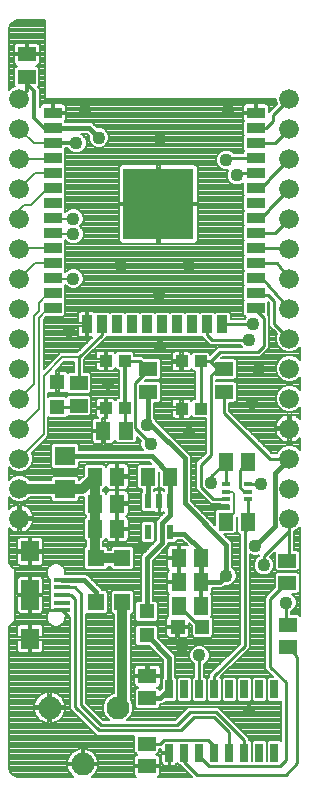
<source format=gtl>
G75*
%MOIN*%
%OFA0B0*%
%FSLAX25Y25*%
%IPPOS*%
%LPD*%
%AMOC8*
5,1,8,0,0,1.08239X$1,22.5*
%
%ADD10R,0.04882X0.05906*%
%ADD11R,0.02165X0.04724*%
%ADD12R,0.04724X0.04724*%
%ADD13R,0.05906X0.04882*%
%ADD14R,0.05906X0.03543*%
%ADD15R,0.03543X0.05906*%
%ADD16R,0.23622X0.23622*%
%ADD17R,0.05118X0.04724*%
%ADD18R,0.03937X0.03937*%
%ADD19R,0.05512X0.05512*%
%ADD20C,0.06600*%
%ADD21R,0.02598X0.01181*%
%ADD22C,0.07677*%
%ADD23R,0.07087X0.06299*%
%ADD24R,0.05709X0.01575*%
%ADD25R,0.05906X0.07087*%
%ADD26R,0.05906X0.09843*%
%ADD27R,0.02500X0.06000*%
%ADD28C,0.04362*%
%ADD29C,0.04165*%
%ADD30C,0.00800*%
%ADD31C,0.01000*%
%ADD32C,0.01200*%
%ADD33C,0.03200*%
%ADD34C,0.01600*%
D10*
X0051230Y0092900D03*
X0051230Y0101400D03*
X0051230Y0110400D03*
X0058710Y0110400D03*
X0058710Y0101400D03*
X0058710Y0092900D03*
X0068955Y0110400D03*
X0076435Y0110400D03*
X0079255Y0083209D03*
X0079255Y0075192D03*
X0079255Y0067400D03*
X0086735Y0067400D03*
X0086735Y0075192D03*
X0086735Y0083209D03*
X0094855Y0095400D03*
X0102335Y0095400D03*
X0102335Y0115400D03*
X0094855Y0115400D03*
X0061585Y0125650D03*
X0054105Y0125650D03*
D11*
X0068955Y0102119D03*
X0072695Y0102119D03*
X0076435Y0102119D03*
X0076435Y0091881D03*
X0068955Y0091881D03*
D12*
X0078861Y0060275D03*
X0087129Y0060275D03*
X0038795Y0133616D03*
X0038795Y0141884D03*
D13*
X0045895Y0141540D03*
X0045895Y0134060D03*
X0069045Y0138660D03*
X0069045Y0146140D03*
X0094345Y0146140D03*
X0094345Y0138660D03*
X0115345Y0082390D03*
X0115345Y0074910D03*
X0115595Y0060890D03*
X0115595Y0053410D03*
X0068795Y0043890D03*
X0068795Y0036410D03*
X0068595Y0021390D03*
X0068595Y0013910D03*
X0028595Y0243660D03*
X0028595Y0251140D03*
D14*
X0037237Y0231585D03*
X0037237Y0226585D03*
X0037237Y0221585D03*
X0037237Y0216585D03*
X0037237Y0211585D03*
X0037237Y0206585D03*
X0037237Y0201585D03*
X0037237Y0196585D03*
X0037237Y0191585D03*
X0037237Y0186585D03*
X0037237Y0181585D03*
X0037237Y0176585D03*
X0037237Y0171585D03*
X0037237Y0166585D03*
X0104953Y0166585D03*
X0104953Y0171585D03*
X0104953Y0176585D03*
X0104953Y0181585D03*
X0104953Y0186585D03*
X0104953Y0191585D03*
X0104953Y0196585D03*
X0104953Y0201585D03*
X0104953Y0206585D03*
X0104953Y0211585D03*
X0104953Y0216585D03*
X0104953Y0221585D03*
X0104953Y0226585D03*
X0104953Y0231585D03*
D15*
X0093654Y0161113D03*
X0088654Y0161113D03*
X0083654Y0161113D03*
X0078654Y0161113D03*
X0073654Y0161113D03*
X0068654Y0161113D03*
X0063654Y0161113D03*
X0058654Y0161113D03*
X0053654Y0161113D03*
X0048654Y0161113D03*
D16*
X0072434Y0201270D03*
D17*
X0068520Y0065500D03*
X0068520Y0057500D03*
D18*
X0061195Y0133276D03*
X0054896Y0133276D03*
X0054896Y0149024D03*
X0061195Y0149024D03*
X0080196Y0148774D03*
X0086495Y0148774D03*
X0086495Y0133026D03*
X0080196Y0133026D03*
D19*
X0060445Y0083183D03*
X0060445Y0068617D03*
X0051570Y0068617D03*
X0051570Y0083183D03*
D20*
X0026095Y0096400D03*
X0026095Y0106400D03*
X0026095Y0116400D03*
X0026095Y0126400D03*
X0026095Y0136400D03*
X0026095Y0146400D03*
X0026095Y0156400D03*
X0026095Y0166400D03*
X0026095Y0176400D03*
X0026095Y0186400D03*
X0026095Y0196400D03*
X0026095Y0206400D03*
X0026095Y0216400D03*
X0026095Y0226400D03*
X0026095Y0236400D03*
X0116095Y0236400D03*
X0116095Y0226400D03*
X0116095Y0216400D03*
X0116095Y0206400D03*
X0116095Y0196400D03*
X0116095Y0186400D03*
X0116095Y0176400D03*
X0116095Y0166400D03*
X0116095Y0156400D03*
X0116095Y0146400D03*
X0116095Y0136400D03*
X0116095Y0126400D03*
X0116095Y0116400D03*
X0116095Y0106400D03*
X0116095Y0096400D03*
D21*
X0102217Y0102841D03*
X0102217Y0105400D03*
X0102217Y0107959D03*
X0094973Y0107959D03*
X0094973Y0105400D03*
X0094973Y0102841D03*
D22*
X0059032Y0033400D03*
X0047221Y0014502D03*
X0036198Y0033400D03*
D23*
X0041395Y0106288D03*
X0041395Y0117312D03*
D24*
X0040423Y0076018D03*
X0040423Y0073459D03*
X0040423Y0070900D03*
X0040423Y0068341D03*
X0040423Y0065782D03*
D25*
X0029695Y0056392D03*
X0029695Y0085408D03*
D26*
X0029695Y0070900D03*
D27*
X0076095Y0039510D03*
X0081095Y0039510D03*
X0086095Y0039510D03*
X0091095Y0039510D03*
X0096095Y0039510D03*
X0101095Y0039510D03*
X0106095Y0039510D03*
X0111095Y0039510D03*
X0111095Y0018290D03*
X0106095Y0018290D03*
X0101095Y0018290D03*
X0096095Y0018290D03*
X0091095Y0018290D03*
X0086095Y0018290D03*
X0081095Y0018290D03*
X0076095Y0018290D03*
D28*
X0086095Y0050775D03*
X0080245Y0053525D03*
X0095095Y0077400D03*
X0104696Y0087400D03*
X0107595Y0080900D03*
X0115095Y0068400D03*
X0106595Y0107900D03*
X0103595Y0134900D03*
X0105995Y0145900D03*
X0102595Y0156062D03*
X0104114Y0161224D03*
X0082745Y0124775D03*
X0090095Y0108400D03*
X0069845Y0121400D03*
X0068595Y0127650D03*
X0072820Y0153550D03*
X0072595Y0170900D03*
X0082595Y0180900D03*
X0098595Y0210900D03*
X0095095Y0215900D03*
X0095595Y0232400D03*
X0073095Y0222900D03*
X0052595Y0223400D03*
X0048095Y0232400D03*
X0045095Y0221585D03*
X0044095Y0196400D03*
X0044095Y0191238D03*
X0044095Y0176400D03*
X0042595Y0158900D03*
X0060095Y0180900D03*
X0066495Y0086650D03*
D29*
X0055545Y0141400D03*
X0102595Y0032400D03*
D30*
X0023102Y0011900D02*
X0022564Y0013198D01*
X0022495Y0013900D01*
X0022495Y0060320D01*
X0024495Y0062320D01*
X0024495Y0079480D01*
X0023675Y0080300D01*
X0022495Y0081480D01*
X0022495Y0093359D01*
X0022510Y0093338D01*
X0023033Y0092815D01*
X0023632Y0092380D01*
X0024291Y0092044D01*
X0024995Y0091816D01*
X0025695Y0091705D01*
X0025695Y0096000D01*
X0026495Y0096000D01*
X0026495Y0091705D01*
X0027196Y0091816D01*
X0027899Y0092044D01*
X0028558Y0092380D01*
X0029157Y0092815D01*
X0029680Y0093338D01*
X0030115Y0093937D01*
X0030451Y0094596D01*
X0030679Y0095299D01*
X0030790Y0096000D01*
X0026495Y0096000D01*
X0026495Y0096800D01*
X0025695Y0096800D01*
X0025695Y0101095D01*
X0024995Y0100984D01*
X0024291Y0100756D01*
X0023632Y0100420D01*
X0023033Y0099985D01*
X0022510Y0099462D01*
X0022495Y0099441D01*
X0022495Y0103636D01*
X0023546Y0102585D01*
X0025200Y0101900D01*
X0026990Y0101900D01*
X0028644Y0102585D01*
X0029547Y0103488D01*
X0036652Y0103488D01*
X0036652Y0102642D01*
X0037355Y0101939D01*
X0045435Y0101939D01*
X0046138Y0102642D01*
X0046138Y0103488D01*
X0047589Y0103488D01*
X0047589Y0097950D01*
X0048292Y0097247D01*
X0048430Y0097247D01*
X0048430Y0097053D01*
X0048292Y0097053D01*
X0047589Y0096350D01*
X0047589Y0089450D01*
X0048292Y0088747D01*
X0048430Y0088747D01*
X0048430Y0087139D01*
X0048317Y0087139D01*
X0047614Y0086436D01*
X0047614Y0079930D01*
X0048317Y0079228D01*
X0054823Y0079228D01*
X0055526Y0079930D01*
X0055526Y0080383D01*
X0056489Y0080383D01*
X0056489Y0079930D01*
X0057192Y0079228D01*
X0063698Y0079228D01*
X0064401Y0079930D01*
X0064401Y0086436D01*
X0063698Y0087139D01*
X0057192Y0087139D01*
X0056489Y0086436D01*
X0056489Y0085983D01*
X0055526Y0085983D01*
X0055526Y0086436D01*
X0054823Y0087139D01*
X0054030Y0087139D01*
X0054030Y0088747D01*
X0054168Y0088747D01*
X0054871Y0089450D01*
X0054871Y0089757D01*
X0054965Y0089407D01*
X0055149Y0089088D01*
X0055410Y0088827D01*
X0055729Y0088643D01*
X0056085Y0088547D01*
X0058310Y0088547D01*
X0058310Y0092500D01*
X0059110Y0092500D01*
X0059110Y0088547D01*
X0061336Y0088547D01*
X0061692Y0088643D01*
X0062011Y0088827D01*
X0062272Y0089088D01*
X0062456Y0089407D01*
X0062551Y0089763D01*
X0062551Y0092500D01*
X0059110Y0092500D01*
X0059110Y0093300D01*
X0058310Y0093300D01*
X0058310Y0101000D01*
X0059110Y0101000D01*
X0059110Y0097253D01*
X0059110Y0093300D01*
X0062551Y0093300D01*
X0062551Y0096037D01*
X0062456Y0096393D01*
X0062272Y0096712D01*
X0062011Y0096973D01*
X0061704Y0097150D01*
X0062011Y0097327D01*
X0062272Y0097588D01*
X0062456Y0097907D01*
X0062551Y0098263D01*
X0062551Y0101000D01*
X0059110Y0101000D01*
X0059110Y0101800D01*
X0058310Y0101800D01*
X0058310Y0105753D01*
X0056085Y0105753D01*
X0055729Y0105657D01*
X0055410Y0105473D01*
X0055149Y0105212D01*
X0054965Y0104893D01*
X0054871Y0104543D01*
X0054871Y0104850D01*
X0054168Y0105553D01*
X0054030Y0105553D01*
X0054030Y0106247D01*
X0054168Y0106247D01*
X0054871Y0106950D01*
X0054871Y0107257D01*
X0054965Y0106907D01*
X0055149Y0106588D01*
X0055410Y0106327D01*
X0055729Y0106143D01*
X0056085Y0106047D01*
X0058310Y0106047D01*
X0058310Y0110000D01*
X0059110Y0110000D01*
X0059110Y0106047D01*
X0061336Y0106047D01*
X0061692Y0106143D01*
X0062011Y0106327D01*
X0062272Y0106588D01*
X0062456Y0106907D01*
X0062551Y0107263D01*
X0062551Y0110000D01*
X0059110Y0110000D01*
X0059110Y0110800D01*
X0058310Y0110800D01*
X0058310Y0114753D01*
X0056085Y0114753D01*
X0055729Y0114657D01*
X0055410Y0114473D01*
X0055149Y0114212D01*
X0054965Y0113893D01*
X0054871Y0113543D01*
X0054871Y0113850D01*
X0054168Y0114553D01*
X0048292Y0114553D01*
X0047589Y0113850D01*
X0047589Y0110719D01*
X0046138Y0109268D01*
X0046138Y0109935D01*
X0045435Y0110638D01*
X0037355Y0110638D01*
X0036652Y0109935D01*
X0036652Y0109088D01*
X0029771Y0109088D01*
X0028644Y0110215D01*
X0026990Y0110900D01*
X0025200Y0110900D01*
X0023546Y0110215D01*
X0022495Y0109164D01*
X0022495Y0113636D01*
X0023546Y0112585D01*
X0025200Y0111900D01*
X0026990Y0111900D01*
X0028644Y0112585D01*
X0029910Y0113851D01*
X0030595Y0115505D01*
X0030595Y0117295D01*
X0030202Y0118244D01*
X0034858Y0122900D01*
X0035795Y0123837D01*
X0035795Y0130195D01*
X0035936Y0130054D01*
X0041654Y0130054D01*
X0042232Y0130632D01*
X0042445Y0130419D01*
X0049345Y0130419D01*
X0050048Y0131122D01*
X0050048Y0136998D01*
X0049345Y0137701D01*
X0042445Y0137701D01*
X0041789Y0137044D01*
X0041654Y0137178D01*
X0035936Y0137178D01*
X0035795Y0137038D01*
X0035795Y0138273D01*
X0035893Y0138217D01*
X0036249Y0138122D01*
X0038395Y0138122D01*
X0038395Y0141484D01*
X0039195Y0141484D01*
X0039195Y0138122D01*
X0041342Y0138122D01*
X0041698Y0138217D01*
X0041970Y0138374D01*
X0042445Y0137899D01*
X0049345Y0137899D01*
X0050048Y0138602D01*
X0050048Y0144478D01*
X0049345Y0145181D01*
X0047795Y0145181D01*
X0047795Y0149446D01*
X0055309Y0156960D01*
X0055923Y0156960D01*
X0056154Y0157191D01*
X0056385Y0156960D01*
X0060923Y0156960D01*
X0061154Y0157191D01*
X0061385Y0156960D01*
X0065923Y0156960D01*
X0066154Y0157191D01*
X0066385Y0156960D01*
X0070923Y0156960D01*
X0071154Y0157191D01*
X0071385Y0156960D01*
X0075923Y0156960D01*
X0076154Y0157191D01*
X0076385Y0156960D01*
X0080923Y0156960D01*
X0081154Y0157191D01*
X0081385Y0156960D01*
X0085923Y0156960D01*
X0086154Y0157191D01*
X0086385Y0156960D01*
X0086956Y0156960D01*
X0087950Y0155965D01*
X0089553Y0154362D01*
X0099640Y0154362D01*
X0099729Y0154147D01*
X0100276Y0153600D01*
X0092267Y0153600D01*
X0091271Y0152604D01*
X0089663Y0150996D01*
X0089663Y0151240D01*
X0088960Y0151943D01*
X0084029Y0151943D01*
X0083432Y0151346D01*
X0083284Y0151602D01*
X0083024Y0151863D01*
X0082704Y0152047D01*
X0082348Y0152143D01*
X0080595Y0152143D01*
X0080595Y0149174D01*
X0079796Y0149174D01*
X0079796Y0152143D01*
X0078043Y0152143D01*
X0077687Y0152047D01*
X0077367Y0151863D01*
X0077107Y0151602D01*
X0076922Y0151283D01*
X0076827Y0150927D01*
X0076827Y0149174D01*
X0079795Y0149174D01*
X0079795Y0148374D01*
X0076827Y0148374D01*
X0076827Y0146621D01*
X0076922Y0146265D01*
X0077107Y0145946D01*
X0077367Y0145685D01*
X0077687Y0145501D01*
X0078043Y0145406D01*
X0079796Y0145406D01*
X0079796Y0148374D01*
X0080595Y0148374D01*
X0080595Y0145406D01*
X0082348Y0145406D01*
X0082704Y0145501D01*
X0083024Y0145685D01*
X0083284Y0145946D01*
X0083432Y0146202D01*
X0084029Y0145606D01*
X0084795Y0145606D01*
X0084795Y0136194D01*
X0084029Y0136194D01*
X0083432Y0135598D01*
X0083284Y0135854D01*
X0083024Y0136115D01*
X0082704Y0136299D01*
X0082348Y0136394D01*
X0080595Y0136394D01*
X0080595Y0133426D01*
X0079796Y0133426D01*
X0079796Y0136394D01*
X0078043Y0136394D01*
X0077687Y0136299D01*
X0077367Y0136115D01*
X0077107Y0135854D01*
X0076922Y0135535D01*
X0076827Y0135179D01*
X0076827Y0133426D01*
X0079795Y0133426D01*
X0079795Y0132626D01*
X0076827Y0132626D01*
X0076827Y0130873D01*
X0076922Y0130517D01*
X0077107Y0130198D01*
X0077367Y0129937D01*
X0077687Y0129753D01*
X0078043Y0129657D01*
X0079796Y0129657D01*
X0079796Y0132626D01*
X0080595Y0132626D01*
X0080595Y0129657D01*
X0082348Y0129657D01*
X0082704Y0129753D01*
X0083024Y0129937D01*
X0083284Y0130198D01*
X0083432Y0130454D01*
X0084029Y0129857D01*
X0088159Y0129857D01*
X0088159Y0118340D01*
X0084914Y0115095D01*
X0084914Y0106254D01*
X0085895Y0105273D01*
X0085895Y0105196D01*
X0086891Y0104200D01*
X0089950Y0101141D01*
X0093086Y0101141D01*
X0093177Y0101050D01*
X0095995Y0101050D01*
X0095995Y0099553D01*
X0091917Y0099553D01*
X0091214Y0098850D01*
X0091214Y0094213D01*
X0083186Y0102240D01*
X0083186Y0117320D01*
X0082015Y0118491D01*
X0072028Y0128478D01*
X0071830Y0128677D01*
X0088159Y0128677D01*
X0088159Y0129475D02*
X0071499Y0129475D01*
X0071461Y0129565D02*
X0071045Y0129982D01*
X0071045Y0135019D01*
X0072495Y0135019D01*
X0073198Y0135722D01*
X0073198Y0141598D01*
X0072495Y0142301D01*
X0067858Y0142301D01*
X0068056Y0142499D01*
X0072495Y0142499D01*
X0073198Y0143202D01*
X0073198Y0149078D01*
X0072495Y0149781D01*
X0067808Y0149781D01*
X0066865Y0150724D01*
X0064363Y0150724D01*
X0064363Y0151490D01*
X0063660Y0152193D01*
X0058729Y0152193D01*
X0058132Y0151596D01*
X0057984Y0151852D01*
X0057724Y0152113D01*
X0057404Y0152297D01*
X0057048Y0152393D01*
X0055295Y0152393D01*
X0055295Y0149424D01*
X0054496Y0149424D01*
X0054496Y0152393D01*
X0052743Y0152393D01*
X0052387Y0152297D01*
X0052067Y0152113D01*
X0051807Y0151852D01*
X0051622Y0151533D01*
X0051527Y0151177D01*
X0051527Y0149424D01*
X0054495Y0149424D01*
X0054495Y0148624D01*
X0051527Y0148624D01*
X0051527Y0146871D01*
X0051622Y0146515D01*
X0051807Y0146196D01*
X0052067Y0145935D01*
X0052387Y0145751D01*
X0052743Y0145656D01*
X0054496Y0145656D01*
X0054496Y0148624D01*
X0055295Y0148624D01*
X0055295Y0145656D01*
X0057048Y0145656D01*
X0057404Y0145751D01*
X0057724Y0145935D01*
X0057984Y0146196D01*
X0058132Y0146452D01*
X0058729Y0145856D01*
X0059395Y0145856D01*
X0059395Y0136444D01*
X0058729Y0136444D01*
X0058132Y0135848D01*
X0057984Y0136104D01*
X0057724Y0136365D01*
X0057404Y0136549D01*
X0057048Y0136644D01*
X0055295Y0136644D01*
X0055295Y0133676D01*
X0054496Y0133676D01*
X0054496Y0136644D01*
X0052743Y0136644D01*
X0052387Y0136549D01*
X0052067Y0136365D01*
X0051807Y0136104D01*
X0051622Y0135785D01*
X0051527Y0135429D01*
X0051527Y0133676D01*
X0054495Y0133676D01*
X0054495Y0132876D01*
X0051527Y0132876D01*
X0051527Y0131123D01*
X0051622Y0130767D01*
X0051807Y0130448D01*
X0052067Y0130187D01*
X0052387Y0130003D01*
X0051480Y0130003D01*
X0051124Y0129907D01*
X0050804Y0129723D01*
X0050544Y0129462D01*
X0050359Y0129143D01*
X0050264Y0128787D01*
X0050264Y0126050D01*
X0053705Y0126050D01*
X0053705Y0129907D01*
X0054496Y0129907D01*
X0054496Y0132876D01*
X0055295Y0132876D01*
X0055295Y0130003D01*
X0054505Y0130003D01*
X0054505Y0126050D01*
X0053705Y0126050D01*
X0053705Y0125250D01*
X0054505Y0125250D01*
X0054505Y0121297D01*
X0056730Y0121297D01*
X0057086Y0121393D01*
X0057406Y0121577D01*
X0057666Y0121838D01*
X0057851Y0122157D01*
X0057944Y0122507D01*
X0057944Y0122200D01*
X0058647Y0121497D01*
X0064523Y0121497D01*
X0065226Y0122200D01*
X0065226Y0123615D01*
X0066553Y0122288D01*
X0066464Y0122073D01*
X0066464Y0120727D01*
X0066979Y0119485D01*
X0067152Y0119312D01*
X0046138Y0119312D01*
X0046138Y0120958D01*
X0045435Y0121661D01*
X0037355Y0121661D01*
X0036652Y0120958D01*
X0036652Y0113665D01*
X0037355Y0112962D01*
X0045435Y0112962D01*
X0046138Y0113665D01*
X0046138Y0115312D01*
X0069355Y0115312D01*
X0070114Y0114553D01*
X0066017Y0114553D01*
X0065314Y0113850D01*
X0065314Y0106950D01*
X0066017Y0106247D01*
X0066955Y0106247D01*
X0066955Y0105260D01*
X0066672Y0104978D01*
X0066672Y0099259D01*
X0067375Y0098556D01*
X0070535Y0098556D01*
X0070684Y0098705D01*
X0070753Y0098636D01*
X0071072Y0098452D01*
X0071428Y0098356D01*
X0072554Y0098356D01*
X0072554Y0101977D01*
X0072836Y0101977D01*
X0072836Y0098356D01*
X0073962Y0098356D01*
X0074318Y0098452D01*
X0074435Y0098519D01*
X0074435Y0098418D01*
X0071753Y0095735D01*
X0071753Y0089103D01*
X0067767Y0085118D01*
X0066595Y0083946D01*
X0066595Y0069062D01*
X0065464Y0069062D01*
X0064761Y0068359D01*
X0064761Y0062641D01*
X0065464Y0061938D01*
X0071576Y0061938D01*
X0072279Y0062641D01*
X0072279Y0068359D01*
X0071576Y0069062D01*
X0070595Y0069062D01*
X0070595Y0082289D01*
X0075753Y0087447D01*
X0075753Y0088319D01*
X0078015Y0088319D01*
X0078718Y0089022D01*
X0078718Y0089400D01*
X0080267Y0089400D01*
X0082187Y0087480D01*
X0081880Y0087562D01*
X0079655Y0087562D01*
X0079655Y0083609D01*
X0078855Y0083609D01*
X0078855Y0082809D01*
X0079655Y0082809D01*
X0079655Y0079545D01*
X0079655Y0075592D01*
X0078855Y0075592D01*
X0078855Y0082809D01*
X0075414Y0082809D01*
X0075414Y0080072D01*
X0075509Y0079716D01*
X0075694Y0079397D01*
X0075890Y0079200D01*
X0075694Y0079004D01*
X0075509Y0078685D01*
X0075414Y0078329D01*
X0075414Y0075592D01*
X0078855Y0075592D01*
X0078855Y0074792D01*
X0075414Y0074792D01*
X0075414Y0072055D01*
X0075509Y0071699D01*
X0075694Y0071380D01*
X0075919Y0071155D01*
X0075614Y0070850D01*
X0075614Y0063950D01*
X0075746Y0063819D01*
X0075639Y0063757D01*
X0075379Y0063497D01*
X0075194Y0063178D01*
X0075099Y0062822D01*
X0075099Y0060675D01*
X0078461Y0060675D01*
X0078461Y0059875D01*
X0075099Y0059875D01*
X0075099Y0057728D01*
X0075194Y0057372D01*
X0075379Y0057053D01*
X0075639Y0056793D01*
X0075959Y0056608D01*
X0076315Y0056513D01*
X0078461Y0056513D01*
X0078461Y0059875D01*
X0079261Y0059875D01*
X0079261Y0056513D01*
X0081408Y0056513D01*
X0081764Y0056608D01*
X0082083Y0056793D01*
X0082344Y0057053D01*
X0082528Y0057372D01*
X0082623Y0057728D01*
X0082623Y0059875D01*
X0079261Y0059875D01*
X0079261Y0060675D01*
X0082623Y0060675D01*
X0082623Y0061627D01*
X0083567Y0060684D01*
X0083567Y0057416D01*
X0084270Y0056713D01*
X0089988Y0056713D01*
X0090691Y0057416D01*
X0090691Y0063134D01*
X0090126Y0063700D01*
X0090376Y0063950D01*
X0090376Y0070850D01*
X0089930Y0071296D01*
X0090376Y0071742D01*
X0090376Y0073192D01*
X0093715Y0073192D01*
X0094542Y0074019D01*
X0095768Y0074019D01*
X0097010Y0074534D01*
X0097961Y0075485D01*
X0098476Y0076727D01*
X0098476Y0078073D01*
X0097961Y0079315D01*
X0097010Y0080266D01*
X0096897Y0080313D01*
X0096897Y0088530D01*
X0094180Y0091247D01*
X0097793Y0091247D01*
X0098496Y0091950D01*
X0098496Y0096778D01*
X0098694Y0096977D01*
X0098694Y0091950D01*
X0099397Y0091247D01*
X0099515Y0091247D01*
X0099515Y0054724D01*
X0089395Y0044604D01*
X0089395Y0043710D01*
X0089348Y0043710D01*
X0088645Y0043007D01*
X0088645Y0036013D01*
X0089348Y0035310D01*
X0092842Y0035310D01*
X0093545Y0036013D01*
X0093545Y0043007D01*
X0093076Y0043477D01*
X0101919Y0052320D01*
X0102915Y0053316D01*
X0102915Y0084478D01*
X0104024Y0084019D01*
X0105369Y0084019D01*
X0105895Y0084237D01*
X0105895Y0083855D01*
X0105680Y0083766D01*
X0104729Y0082815D01*
X0104214Y0081573D01*
X0104214Y0080227D01*
X0104729Y0078985D01*
X0105680Y0078034D01*
X0106923Y0077519D01*
X0108268Y0077519D01*
X0109510Y0078034D01*
X0110461Y0078985D01*
X0110976Y0080227D01*
X0110976Y0081573D01*
X0110461Y0082815D01*
X0109688Y0083589D01*
X0111192Y0085093D01*
X0111192Y0079452D01*
X0111895Y0078749D01*
X0118795Y0078749D01*
X0119498Y0079452D01*
X0119498Y0085328D01*
X0118795Y0086031D01*
X0117795Y0086031D01*
X0117795Y0092233D01*
X0118644Y0092585D01*
X0119695Y0093636D01*
X0119695Y0063881D01*
X0119045Y0064531D01*
X0116795Y0064531D01*
X0116795Y0065444D01*
X0117010Y0065534D01*
X0117961Y0066485D01*
X0118476Y0067727D01*
X0118476Y0069073D01*
X0117961Y0070315D01*
X0117010Y0071266D01*
X0117004Y0071269D01*
X0118795Y0071269D01*
X0119498Y0071972D01*
X0119498Y0077848D01*
X0118795Y0078551D01*
X0111895Y0078551D01*
X0111192Y0077848D01*
X0111192Y0073411D01*
X0108957Y0071176D01*
X0107961Y0070180D01*
X0107961Y0046328D01*
X0108957Y0045333D01*
X0110579Y0043710D01*
X0109348Y0043710D01*
X0108645Y0043007D01*
X0108645Y0036013D01*
X0109348Y0035310D01*
X0112842Y0035310D01*
X0113195Y0035663D01*
X0113195Y0022137D01*
X0112842Y0022490D01*
X0109348Y0022490D01*
X0108645Y0021787D01*
X0108645Y0015690D01*
X0108545Y0015690D01*
X0108545Y0021787D01*
X0107842Y0022490D01*
X0104348Y0022490D01*
X0103645Y0021787D01*
X0103645Y0015690D01*
X0103545Y0015690D01*
X0103545Y0021787D01*
X0102842Y0022490D01*
X0102795Y0022490D01*
X0102795Y0023354D01*
X0092424Y0033725D01*
X0082266Y0033725D01*
X0081270Y0032729D01*
X0077891Y0029350D01*
X0062108Y0029350D01*
X0063304Y0030546D01*
X0064071Y0032398D01*
X0064071Y0034402D01*
X0063304Y0036254D01*
X0063245Y0036313D01*
X0063245Y0064661D01*
X0063698Y0064661D01*
X0064401Y0065364D01*
X0064401Y0071869D01*
X0063698Y0072572D01*
X0057192Y0072572D01*
X0056489Y0071869D01*
X0056489Y0065364D01*
X0057192Y0064661D01*
X0057645Y0064661D01*
X0057645Y0038279D01*
X0056178Y0037671D01*
X0054761Y0036254D01*
X0053994Y0034402D01*
X0053994Y0032398D01*
X0054761Y0030546D01*
X0055957Y0029350D01*
X0054095Y0029350D01*
X0048400Y0035045D01*
X0048400Y0064661D01*
X0054823Y0064661D01*
X0055526Y0065364D01*
X0055526Y0071869D01*
X0054823Y0072572D01*
X0053570Y0072572D01*
X0053570Y0072828D01*
X0049552Y0076847D01*
X0048380Y0078018D01*
X0041430Y0078018D01*
X0041430Y0078992D01*
X0040962Y0080121D01*
X0040097Y0080986D01*
X0038968Y0081454D01*
X0037745Y0081454D01*
X0036616Y0080986D01*
X0035751Y0080121D01*
X0035283Y0078992D01*
X0035283Y0077769D01*
X0035751Y0076639D01*
X0036369Y0076022D01*
X0036369Y0067291D01*
X0036265Y0067110D01*
X0036169Y0066754D01*
X0036169Y0065782D01*
X0036373Y0065782D01*
X0036372Y0065782D01*
X0036169Y0065782D01*
X0036169Y0065578D01*
X0035751Y0065161D01*
X0035283Y0064031D01*
X0035283Y0062808D01*
X0035751Y0061679D01*
X0036616Y0060814D01*
X0037745Y0060346D01*
X0038968Y0060346D01*
X0040097Y0060814D01*
X0040962Y0061679D01*
X0041430Y0062808D01*
X0041430Y0063594D01*
X0043095Y0063594D01*
X0043095Y0032996D01*
X0052043Y0024048D01*
X0064442Y0024048D01*
X0064442Y0018452D01*
X0065145Y0017749D01*
X0065452Y0017749D01*
X0065102Y0017655D01*
X0064783Y0017471D01*
X0064522Y0017210D01*
X0064338Y0016891D01*
X0064242Y0016535D01*
X0064242Y0014310D01*
X0068195Y0014310D01*
X0068195Y0013510D01*
X0064242Y0013510D01*
X0064242Y0011285D01*
X0064338Y0010929D01*
X0064522Y0010609D01*
X0064783Y0010349D01*
X0064867Y0010300D01*
X0050349Y0010300D01*
X0050634Y0010507D01*
X0051217Y0011090D01*
X0051702Y0011757D01*
X0052076Y0012491D01*
X0052331Y0013276D01*
X0052460Y0014090D01*
X0052460Y0014102D01*
X0047621Y0014102D01*
X0047621Y0014902D01*
X0052460Y0014902D01*
X0052460Y0014915D01*
X0052331Y0015729D01*
X0052076Y0016513D01*
X0051702Y0017248D01*
X0051217Y0017915D01*
X0050634Y0018498D01*
X0049967Y0018983D01*
X0049232Y0019357D01*
X0048448Y0019612D01*
X0047633Y0019741D01*
X0047621Y0019741D01*
X0047621Y0014902D01*
X0046821Y0014902D01*
X0046821Y0014102D01*
X0041983Y0014102D01*
X0041983Y0014090D01*
X0042112Y0013276D01*
X0042366Y0012491D01*
X0042741Y0011757D01*
X0043225Y0011090D01*
X0043808Y0010507D01*
X0044093Y0010300D01*
X0026095Y0010300D01*
X0025393Y0010369D01*
X0024095Y0010907D01*
X0023102Y0011900D01*
X0023021Y0012094D02*
X0042569Y0012094D01*
X0042236Y0012893D02*
X0022691Y0012893D01*
X0022516Y0013691D02*
X0042046Y0013691D01*
X0041983Y0014902D02*
X0046821Y0014902D01*
X0046821Y0019741D01*
X0046809Y0019741D01*
X0045994Y0019612D01*
X0045210Y0019357D01*
X0044476Y0018983D01*
X0043808Y0018498D01*
X0043225Y0017915D01*
X0042741Y0017248D01*
X0042366Y0016513D01*
X0042112Y0015729D01*
X0041983Y0014915D01*
X0041983Y0014902D01*
X0042042Y0015288D02*
X0022495Y0015288D01*
X0022495Y0014490D02*
X0046821Y0014490D01*
X0046821Y0015288D02*
X0047621Y0015288D01*
X0047621Y0014490D02*
X0064242Y0014490D01*
X0064242Y0015288D02*
X0052401Y0015288D01*
X0052215Y0016087D02*
X0064242Y0016087D01*
X0064336Y0016885D02*
X0051886Y0016885D01*
X0051385Y0017684D02*
X0065207Y0017684D01*
X0064442Y0018482D02*
X0050650Y0018482D01*
X0049382Y0019281D02*
X0064442Y0019281D01*
X0064442Y0020079D02*
X0022495Y0020079D01*
X0022495Y0019281D02*
X0045060Y0019281D01*
X0043792Y0018482D02*
X0022495Y0018482D01*
X0022495Y0017684D02*
X0043057Y0017684D01*
X0042556Y0016885D02*
X0022495Y0016885D01*
X0022495Y0016087D02*
X0042228Y0016087D01*
X0043076Y0011296D02*
X0023706Y0011296D01*
X0025084Y0010497D02*
X0043822Y0010497D01*
X0046821Y0016087D02*
X0047621Y0016087D01*
X0047621Y0016885D02*
X0046821Y0016885D01*
X0046821Y0017684D02*
X0047621Y0017684D01*
X0047621Y0018482D02*
X0046821Y0018482D01*
X0046821Y0019281D02*
X0047621Y0019281D01*
X0051221Y0024870D02*
X0022495Y0024870D01*
X0022495Y0024072D02*
X0052019Y0024072D01*
X0050422Y0025669D02*
X0022495Y0025669D01*
X0022495Y0026467D02*
X0049624Y0026467D01*
X0048825Y0027266D02*
X0022495Y0027266D01*
X0022495Y0028064D02*
X0048027Y0028064D01*
X0047228Y0028863D02*
X0038832Y0028863D01*
X0038943Y0028920D02*
X0039610Y0029404D01*
X0040193Y0029987D01*
X0040678Y0030654D01*
X0041052Y0031389D01*
X0041307Y0032173D01*
X0041436Y0032988D01*
X0041436Y0033000D01*
X0036598Y0033000D01*
X0036598Y0033800D01*
X0041436Y0033800D01*
X0041436Y0033812D01*
X0041307Y0034627D01*
X0041052Y0035411D01*
X0040678Y0036146D01*
X0040193Y0036813D01*
X0039610Y0037396D01*
X0038943Y0037880D01*
X0038208Y0038255D01*
X0037424Y0038510D01*
X0036610Y0038639D01*
X0036597Y0038639D01*
X0036597Y0033800D01*
X0035798Y0033800D01*
X0035798Y0038639D01*
X0035785Y0038639D01*
X0034971Y0038510D01*
X0034187Y0038255D01*
X0033452Y0037880D01*
X0032785Y0037396D01*
X0032202Y0036813D01*
X0031717Y0036146D01*
X0031343Y0035411D01*
X0031088Y0034627D01*
X0030959Y0033812D01*
X0030959Y0033800D01*
X0035797Y0033800D01*
X0035797Y0033000D01*
X0030959Y0033000D01*
X0030959Y0032988D01*
X0031088Y0032173D01*
X0031343Y0031389D01*
X0031717Y0030654D01*
X0032202Y0029987D01*
X0032785Y0029404D01*
X0033452Y0028920D01*
X0034187Y0028545D01*
X0034971Y0028290D01*
X0035785Y0028161D01*
X0035798Y0028161D01*
X0035798Y0033000D01*
X0036597Y0033000D01*
X0036597Y0028161D01*
X0036610Y0028161D01*
X0037424Y0028290D01*
X0038208Y0028545D01*
X0038943Y0028920D01*
X0039867Y0029661D02*
X0046430Y0029661D01*
X0045631Y0030460D02*
X0040537Y0030460D01*
X0040986Y0031258D02*
X0044833Y0031258D01*
X0044034Y0032057D02*
X0041269Y0032057D01*
X0041415Y0032855D02*
X0043236Y0032855D01*
X0043095Y0033654D02*
X0036598Y0033654D01*
X0036597Y0034452D02*
X0035798Y0034452D01*
X0035797Y0033654D02*
X0022495Y0033654D01*
X0022495Y0034452D02*
X0031060Y0034452D01*
X0031291Y0035251D02*
X0022495Y0035251D01*
X0022495Y0036049D02*
X0031668Y0036049D01*
X0032237Y0036848D02*
X0022495Y0036848D01*
X0022495Y0037646D02*
X0033130Y0037646D01*
X0034772Y0038445D02*
X0022495Y0038445D01*
X0022495Y0039243D02*
X0043095Y0039243D01*
X0043095Y0038445D02*
X0037623Y0038445D01*
X0036597Y0038445D02*
X0035798Y0038445D01*
X0035798Y0037646D02*
X0036597Y0037646D01*
X0036597Y0036848D02*
X0035798Y0036848D01*
X0035798Y0036049D02*
X0036597Y0036049D01*
X0036597Y0035251D02*
X0035798Y0035251D01*
X0035798Y0032855D02*
X0036597Y0032855D01*
X0036597Y0032057D02*
X0035798Y0032057D01*
X0035798Y0031258D02*
X0036597Y0031258D01*
X0036597Y0030460D02*
X0035798Y0030460D01*
X0035798Y0029661D02*
X0036597Y0029661D01*
X0036597Y0028863D02*
X0035798Y0028863D01*
X0033563Y0028863D02*
X0022495Y0028863D01*
X0022495Y0029661D02*
X0032528Y0029661D01*
X0031858Y0030460D02*
X0022495Y0030460D01*
X0022495Y0031258D02*
X0031409Y0031258D01*
X0031126Y0032057D02*
X0022495Y0032057D01*
X0022495Y0032855D02*
X0030980Y0032855D01*
X0039265Y0037646D02*
X0043095Y0037646D01*
X0043095Y0036848D02*
X0040158Y0036848D01*
X0040727Y0036049D02*
X0043095Y0036049D01*
X0043095Y0035251D02*
X0041104Y0035251D01*
X0041335Y0034452D02*
X0043095Y0034452D01*
X0043095Y0040042D02*
X0022495Y0040042D01*
X0022495Y0040840D02*
X0043095Y0040840D01*
X0043095Y0041639D02*
X0022495Y0041639D01*
X0022495Y0042437D02*
X0043095Y0042437D01*
X0043095Y0043236D02*
X0022495Y0043236D01*
X0022495Y0044034D02*
X0043095Y0044034D01*
X0043095Y0044833D02*
X0022495Y0044833D01*
X0022495Y0045632D02*
X0043095Y0045632D01*
X0043095Y0046430D02*
X0022495Y0046430D01*
X0022495Y0047229D02*
X0043095Y0047229D01*
X0043095Y0048027D02*
X0022495Y0048027D01*
X0022495Y0048826D02*
X0043095Y0048826D01*
X0043095Y0049624D02*
X0022495Y0049624D01*
X0022495Y0050423D02*
X0043095Y0050423D01*
X0043095Y0051221D02*
X0022495Y0051221D01*
X0022495Y0052020D02*
X0025605Y0052020D01*
X0025622Y0051989D02*
X0025883Y0051729D01*
X0026202Y0051544D01*
X0026558Y0051449D01*
X0029295Y0051449D01*
X0029295Y0055992D01*
X0030095Y0055992D01*
X0030095Y0051449D01*
X0032832Y0051449D01*
X0033188Y0051544D01*
X0033508Y0051729D01*
X0033768Y0051989D01*
X0033952Y0052308D01*
X0034048Y0052664D01*
X0034048Y0055992D01*
X0030095Y0055992D01*
X0030095Y0056792D01*
X0029295Y0056792D01*
X0029295Y0055992D01*
X0025342Y0055992D01*
X0025342Y0052664D01*
X0025438Y0052308D01*
X0025622Y0051989D01*
X0025342Y0052818D02*
X0022495Y0052818D01*
X0022495Y0053617D02*
X0025342Y0053617D01*
X0025342Y0054415D02*
X0022495Y0054415D01*
X0022495Y0055214D02*
X0025342Y0055214D01*
X0025342Y0056792D02*
X0025342Y0060120D01*
X0025438Y0060476D01*
X0025622Y0060795D01*
X0025883Y0061056D01*
X0026202Y0061240D01*
X0026558Y0061335D01*
X0029295Y0061335D01*
X0029295Y0056792D01*
X0025342Y0056792D01*
X0025342Y0056811D02*
X0022495Y0056811D01*
X0022495Y0057609D02*
X0025342Y0057609D01*
X0025342Y0058408D02*
X0022495Y0058408D01*
X0022495Y0059206D02*
X0025342Y0059206D01*
X0025342Y0060005D02*
X0022495Y0060005D01*
X0022978Y0060803D02*
X0025630Y0060803D01*
X0024495Y0062400D02*
X0035452Y0062400D01*
X0035283Y0063199D02*
X0024495Y0063199D01*
X0024495Y0063997D02*
X0035283Y0063997D01*
X0035600Y0064796D02*
X0033399Y0064796D01*
X0033508Y0064858D02*
X0033768Y0065119D01*
X0033952Y0065438D01*
X0034048Y0065794D01*
X0034048Y0070500D01*
X0030095Y0070500D01*
X0030095Y0064579D01*
X0032832Y0064579D01*
X0033188Y0064674D01*
X0033508Y0064858D01*
X0033994Y0065594D02*
X0036169Y0065594D01*
X0036169Y0066393D02*
X0034048Y0066393D01*
X0034048Y0067191D02*
X0036312Y0067191D01*
X0036369Y0067990D02*
X0034048Y0067990D01*
X0034048Y0068788D02*
X0036369Y0068788D01*
X0036369Y0069587D02*
X0034048Y0069587D01*
X0034048Y0070385D02*
X0036369Y0070385D01*
X0036369Y0071184D02*
X0030095Y0071184D01*
X0030095Y0071300D02*
X0034048Y0071300D01*
X0034048Y0076006D01*
X0033952Y0076362D01*
X0033768Y0076681D01*
X0033508Y0076942D01*
X0033188Y0077126D01*
X0032832Y0077221D01*
X0030095Y0077221D01*
X0030095Y0071300D01*
X0029295Y0071300D01*
X0029295Y0070500D01*
X0025342Y0070500D01*
X0025342Y0065794D01*
X0025438Y0065438D01*
X0025622Y0065119D01*
X0025883Y0064858D01*
X0026202Y0064674D01*
X0026558Y0064579D01*
X0029295Y0064579D01*
X0029295Y0070500D01*
X0030095Y0070500D01*
X0030095Y0071300D01*
X0030095Y0071982D02*
X0029295Y0071982D01*
X0029295Y0071300D02*
X0029295Y0077221D01*
X0026558Y0077221D01*
X0026202Y0077126D01*
X0025883Y0076942D01*
X0025622Y0076681D01*
X0025438Y0076362D01*
X0025342Y0076006D01*
X0025342Y0071300D01*
X0029295Y0071300D01*
X0029295Y0071184D02*
X0024495Y0071184D01*
X0024495Y0071982D02*
X0025342Y0071982D01*
X0025342Y0072781D02*
X0024495Y0072781D01*
X0024495Y0073579D02*
X0025342Y0073579D01*
X0025342Y0074378D02*
X0024495Y0074378D01*
X0024495Y0075176D02*
X0025342Y0075176D01*
X0025342Y0075975D02*
X0024495Y0075975D01*
X0024495Y0076773D02*
X0025715Y0076773D01*
X0024495Y0077572D02*
X0035365Y0077572D01*
X0035283Y0078370D02*
X0024495Y0078370D01*
X0024495Y0079169D02*
X0035357Y0079169D01*
X0035688Y0079968D02*
X0024008Y0079968D01*
X0023675Y0080300D02*
X0023675Y0080300D01*
X0023209Y0080766D02*
X0025861Y0080766D01*
X0025883Y0080744D02*
X0026202Y0080560D01*
X0026558Y0080465D01*
X0029295Y0080465D01*
X0029295Y0085008D01*
X0025342Y0085008D01*
X0025342Y0081680D01*
X0025438Y0081324D01*
X0025622Y0081005D01*
X0025883Y0080744D01*
X0025373Y0081565D02*
X0022495Y0081565D01*
X0022495Y0082363D02*
X0025342Y0082363D01*
X0025342Y0083162D02*
X0022495Y0083162D01*
X0022495Y0083960D02*
X0025342Y0083960D01*
X0025342Y0084759D02*
X0022495Y0084759D01*
X0022495Y0085557D02*
X0029295Y0085557D01*
X0029295Y0085808D02*
X0029295Y0085008D01*
X0030095Y0085008D01*
X0030095Y0085808D01*
X0029295Y0085808D01*
X0029295Y0090351D01*
X0026558Y0090351D01*
X0026202Y0090256D01*
X0025883Y0090071D01*
X0025622Y0089811D01*
X0025438Y0089492D01*
X0025342Y0089135D01*
X0025342Y0085808D01*
X0029295Y0085808D01*
X0029295Y0086356D02*
X0030095Y0086356D01*
X0030095Y0085808D02*
X0030095Y0090351D01*
X0032832Y0090351D01*
X0033188Y0090256D01*
X0033508Y0090071D01*
X0033768Y0089811D01*
X0033952Y0089492D01*
X0034048Y0089135D01*
X0034048Y0085808D01*
X0030095Y0085808D01*
X0030095Y0085557D02*
X0047614Y0085557D01*
X0047614Y0084759D02*
X0034048Y0084759D01*
X0034048Y0085008D02*
X0030095Y0085008D01*
X0030095Y0080465D01*
X0032832Y0080465D01*
X0033188Y0080560D01*
X0033508Y0080744D01*
X0033768Y0081005D01*
X0033952Y0081324D01*
X0034048Y0081680D01*
X0034048Y0085008D01*
X0034048Y0083960D02*
X0047614Y0083960D01*
X0047614Y0083162D02*
X0034048Y0083162D01*
X0034048Y0082363D02*
X0047614Y0082363D01*
X0047614Y0081565D02*
X0034017Y0081565D01*
X0033529Y0080766D02*
X0036396Y0080766D01*
X0035696Y0076773D02*
X0033676Y0076773D01*
X0034048Y0075975D02*
X0036369Y0075975D01*
X0036369Y0075176D02*
X0034048Y0075176D01*
X0034048Y0074378D02*
X0036369Y0074378D01*
X0036369Y0073579D02*
X0034048Y0073579D01*
X0034048Y0072781D02*
X0036369Y0072781D01*
X0036369Y0071982D02*
X0034048Y0071982D01*
X0030095Y0072781D02*
X0029295Y0072781D01*
X0029295Y0073579D02*
X0030095Y0073579D01*
X0030095Y0074378D02*
X0029295Y0074378D01*
X0029295Y0075176D02*
X0030095Y0075176D01*
X0030095Y0075975D02*
X0029295Y0075975D01*
X0029295Y0076773D02*
X0030095Y0076773D01*
X0030095Y0080766D02*
X0029295Y0080766D01*
X0029295Y0081565D02*
X0030095Y0081565D01*
X0030095Y0082363D02*
X0029295Y0082363D01*
X0029295Y0083162D02*
X0030095Y0083162D01*
X0030095Y0083960D02*
X0029295Y0083960D01*
X0029295Y0084759D02*
X0030095Y0084759D01*
X0030095Y0087154D02*
X0029295Y0087154D01*
X0029295Y0087953D02*
X0030095Y0087953D01*
X0030095Y0088751D02*
X0029295Y0088751D01*
X0029295Y0089550D02*
X0030095Y0089550D01*
X0030095Y0090348D02*
X0029295Y0090348D01*
X0027594Y0091945D02*
X0047589Y0091945D01*
X0047589Y0091147D02*
X0022495Y0091147D01*
X0022495Y0091945D02*
X0024596Y0091945D01*
X0025695Y0091945D02*
X0026495Y0091945D01*
X0026495Y0092744D02*
X0025695Y0092744D01*
X0025695Y0093542D02*
X0026495Y0093542D01*
X0026495Y0094341D02*
X0025695Y0094341D01*
X0025695Y0095139D02*
X0026495Y0095139D01*
X0026495Y0095938D02*
X0025695Y0095938D01*
X0026495Y0096736D02*
X0047975Y0096736D01*
X0048004Y0097535D02*
X0030668Y0097535D01*
X0030679Y0097501D02*
X0030451Y0098204D01*
X0030115Y0098863D01*
X0029680Y0099462D01*
X0029157Y0099985D01*
X0028558Y0100420D01*
X0027899Y0100756D01*
X0027196Y0100984D01*
X0026495Y0101095D01*
X0026495Y0096800D01*
X0030790Y0096800D01*
X0030679Y0097501D01*
X0030385Y0098333D02*
X0047589Y0098333D01*
X0047589Y0099132D02*
X0029920Y0099132D01*
X0029212Y0099930D02*
X0047589Y0099930D01*
X0047589Y0100729D02*
X0027952Y0100729D01*
X0026495Y0100729D02*
X0025695Y0100729D01*
X0025695Y0099930D02*
X0026495Y0099930D01*
X0026495Y0099132D02*
X0025695Y0099132D01*
X0025695Y0098333D02*
X0026495Y0098333D01*
X0026495Y0097535D02*
X0025695Y0097535D01*
X0024238Y0100729D02*
X0022495Y0100729D01*
X0022495Y0101527D02*
X0047589Y0101527D01*
X0047589Y0102326D02*
X0045823Y0102326D01*
X0046138Y0103124D02*
X0047589Y0103124D01*
X0047589Y0095938D02*
X0030780Y0095938D01*
X0030627Y0095139D02*
X0047589Y0095139D01*
X0047589Y0094341D02*
X0030321Y0094341D01*
X0029828Y0093542D02*
X0047589Y0093542D01*
X0047589Y0092744D02*
X0029059Y0092744D01*
X0026547Y0090348D02*
X0022495Y0090348D01*
X0022495Y0089550D02*
X0025471Y0089550D01*
X0025342Y0088751D02*
X0022495Y0088751D01*
X0022495Y0087953D02*
X0025342Y0087953D01*
X0025342Y0087154D02*
X0022495Y0087154D01*
X0022495Y0086356D02*
X0025342Y0086356D01*
X0023131Y0092744D02*
X0022495Y0092744D01*
X0022495Y0099930D02*
X0022979Y0099930D01*
X0022495Y0102326D02*
X0024172Y0102326D01*
X0023007Y0103124D02*
X0022495Y0103124D01*
X0022495Y0109512D02*
X0022844Y0109512D01*
X0022495Y0110311D02*
X0023778Y0110311D01*
X0022495Y0111109D02*
X0047589Y0111109D01*
X0047589Y0111908D02*
X0027009Y0111908D01*
X0028766Y0112706D02*
X0047589Y0112706D01*
X0047589Y0113505D02*
X0045978Y0113505D01*
X0046138Y0114303D02*
X0048043Y0114303D01*
X0047181Y0110311D02*
X0045762Y0110311D01*
X0046138Y0109512D02*
X0046383Y0109512D01*
X0046138Y0115102D02*
X0069565Y0115102D01*
X0072596Y0112071D02*
X0072794Y0111872D01*
X0072794Y0106950D01*
X0073497Y0106247D01*
X0074435Y0106247D01*
X0074435Y0105718D01*
X0074318Y0105785D01*
X0073962Y0105881D01*
X0072836Y0105881D01*
X0072836Y0102260D01*
X0072554Y0102260D01*
X0072554Y0105881D01*
X0071428Y0105881D01*
X0071072Y0105785D01*
X0070955Y0105718D01*
X0070955Y0106247D01*
X0071893Y0106247D01*
X0072596Y0106950D01*
X0072596Y0112071D01*
X0072596Y0111908D02*
X0072759Y0111908D01*
X0072794Y0111109D02*
X0072596Y0111109D01*
X0072596Y0110311D02*
X0072794Y0110311D01*
X0072794Y0109512D02*
X0072596Y0109512D01*
X0072596Y0108714D02*
X0072794Y0108714D01*
X0072794Y0107915D02*
X0072596Y0107915D01*
X0072596Y0107117D02*
X0072794Y0107117D01*
X0073426Y0106318D02*
X0071964Y0106318D01*
X0072554Y0105520D02*
X0072836Y0105520D01*
X0072836Y0104721D02*
X0072554Y0104721D01*
X0072554Y0103923D02*
X0072836Y0103923D01*
X0072836Y0103124D02*
X0072554Y0103124D01*
X0072554Y0102326D02*
X0072836Y0102326D01*
X0072836Y0101527D02*
X0072554Y0101527D01*
X0072554Y0100729D02*
X0072836Y0100729D01*
X0072836Y0099930D02*
X0072554Y0099930D01*
X0072554Y0099132D02*
X0072836Y0099132D01*
X0074351Y0098333D02*
X0062551Y0098333D01*
X0062551Y0099132D02*
X0066800Y0099132D01*
X0066672Y0099930D02*
X0062551Y0099930D01*
X0062551Y0100729D02*
X0066672Y0100729D01*
X0066672Y0101527D02*
X0059110Y0101527D01*
X0059110Y0101800D02*
X0062551Y0101800D01*
X0062551Y0104537D01*
X0062456Y0104893D01*
X0062272Y0105212D01*
X0062011Y0105473D01*
X0061692Y0105657D01*
X0061336Y0105753D01*
X0059110Y0105753D01*
X0059110Y0101800D01*
X0059110Y0102326D02*
X0058310Y0102326D01*
X0058310Y0103124D02*
X0059110Y0103124D01*
X0059110Y0103923D02*
X0058310Y0103923D01*
X0058310Y0104721D02*
X0059110Y0104721D01*
X0059110Y0105520D02*
X0058310Y0105520D01*
X0058310Y0106318D02*
X0059110Y0106318D01*
X0059110Y0107117D02*
X0058310Y0107117D01*
X0058310Y0107915D02*
X0059110Y0107915D01*
X0059110Y0108714D02*
X0058310Y0108714D01*
X0058310Y0109512D02*
X0059110Y0109512D01*
X0059110Y0110311D02*
X0065314Y0110311D01*
X0065314Y0111109D02*
X0062551Y0111109D01*
X0062551Y0110800D02*
X0062551Y0113537D01*
X0062456Y0113893D01*
X0062272Y0114212D01*
X0062011Y0114473D01*
X0061692Y0114657D01*
X0061336Y0114753D01*
X0059110Y0114753D01*
X0059110Y0110800D01*
X0062551Y0110800D01*
X0062551Y0111908D02*
X0065314Y0111908D01*
X0065314Y0112706D02*
X0062551Y0112706D01*
X0062551Y0113505D02*
X0065314Y0113505D01*
X0065768Y0114303D02*
X0062180Y0114303D01*
X0062551Y0109512D02*
X0065314Y0109512D01*
X0065314Y0108714D02*
X0062551Y0108714D01*
X0062551Y0107915D02*
X0065314Y0107915D01*
X0065314Y0107117D02*
X0062512Y0107117D01*
X0061996Y0106318D02*
X0065946Y0106318D01*
X0066955Y0105520D02*
X0061930Y0105520D01*
X0062502Y0104721D02*
X0066672Y0104721D01*
X0066672Y0103923D02*
X0062551Y0103923D01*
X0062551Y0103124D02*
X0066672Y0103124D01*
X0066672Y0102326D02*
X0062551Y0102326D01*
X0059110Y0100729D02*
X0058310Y0100729D01*
X0058310Y0099930D02*
X0059110Y0099930D01*
X0059110Y0099132D02*
X0058310Y0099132D01*
X0058310Y0098333D02*
X0059110Y0098333D01*
X0059110Y0097535D02*
X0058310Y0097535D01*
X0058310Y0096736D02*
X0059110Y0096736D01*
X0059110Y0095938D02*
X0058310Y0095938D01*
X0058310Y0095139D02*
X0059110Y0095139D01*
X0059110Y0094341D02*
X0058310Y0094341D01*
X0058310Y0093542D02*
X0059110Y0093542D01*
X0059110Y0092744D02*
X0066672Y0092744D01*
X0066672Y0093542D02*
X0062551Y0093542D01*
X0062551Y0094341D02*
X0066672Y0094341D01*
X0066672Y0094741D02*
X0067375Y0095444D01*
X0070535Y0095444D01*
X0071238Y0094741D01*
X0071238Y0089022D01*
X0070535Y0088319D01*
X0067375Y0088319D01*
X0066672Y0089022D01*
X0066672Y0094741D01*
X0067071Y0095139D02*
X0062551Y0095139D01*
X0062551Y0095938D02*
X0071955Y0095938D01*
X0071753Y0095139D02*
X0070839Y0095139D01*
X0071238Y0094341D02*
X0071753Y0094341D01*
X0071753Y0093542D02*
X0071238Y0093542D01*
X0071238Y0092744D02*
X0071753Y0092744D01*
X0071753Y0091945D02*
X0071238Y0091945D01*
X0071238Y0091147D02*
X0071753Y0091147D01*
X0071753Y0090348D02*
X0071238Y0090348D01*
X0071238Y0089550D02*
X0071753Y0089550D01*
X0071400Y0088751D02*
X0070967Y0088751D01*
X0070602Y0087953D02*
X0054030Y0087953D01*
X0054030Y0087154D02*
X0069803Y0087154D01*
X0069005Y0086356D02*
X0064401Y0086356D01*
X0064401Y0085557D02*
X0068206Y0085557D01*
X0067767Y0085118D02*
X0067767Y0085118D01*
X0067408Y0084759D02*
X0064401Y0084759D01*
X0064401Y0083960D02*
X0066609Y0083960D01*
X0066595Y0083162D02*
X0064401Y0083162D01*
X0064401Y0082363D02*
X0066595Y0082363D01*
X0066595Y0081565D02*
X0064401Y0081565D01*
X0064401Y0080766D02*
X0066595Y0080766D01*
X0066595Y0079968D02*
X0064401Y0079968D01*
X0066595Y0079169D02*
X0041356Y0079169D01*
X0041430Y0078370D02*
X0066595Y0078370D01*
X0066595Y0077572D02*
X0048826Y0077572D01*
X0049625Y0076773D02*
X0066595Y0076773D01*
X0066595Y0075975D02*
X0050423Y0075975D01*
X0051222Y0075176D02*
X0066595Y0075176D01*
X0066595Y0074378D02*
X0052020Y0074378D01*
X0052819Y0073579D02*
X0066595Y0073579D01*
X0066595Y0072781D02*
X0053570Y0072781D01*
X0055413Y0071982D02*
X0056602Y0071982D01*
X0056489Y0071184D02*
X0055526Y0071184D01*
X0055526Y0070385D02*
X0056489Y0070385D01*
X0056489Y0069587D02*
X0055526Y0069587D01*
X0055526Y0068788D02*
X0056489Y0068788D01*
X0056489Y0067990D02*
X0055526Y0067990D01*
X0055526Y0067191D02*
X0056489Y0067191D01*
X0056489Y0066393D02*
X0055526Y0066393D01*
X0055526Y0065594D02*
X0056489Y0065594D01*
X0057057Y0064796D02*
X0054958Y0064796D01*
X0057645Y0063997D02*
X0048400Y0063997D01*
X0048400Y0063199D02*
X0057645Y0063199D01*
X0057645Y0062400D02*
X0048400Y0062400D01*
X0048400Y0061602D02*
X0057645Y0061602D01*
X0057645Y0060803D02*
X0048400Y0060803D01*
X0048400Y0060005D02*
X0057645Y0060005D01*
X0057645Y0059206D02*
X0048400Y0059206D01*
X0048400Y0058408D02*
X0057645Y0058408D01*
X0057645Y0057609D02*
X0048400Y0057609D01*
X0048400Y0056811D02*
X0057645Y0056811D01*
X0057645Y0056012D02*
X0048400Y0056012D01*
X0048400Y0055214D02*
X0057645Y0055214D01*
X0057645Y0054415D02*
X0048400Y0054415D01*
X0048400Y0053617D02*
X0057645Y0053617D01*
X0057645Y0052818D02*
X0048400Y0052818D01*
X0048400Y0052020D02*
X0057645Y0052020D01*
X0057645Y0051221D02*
X0048400Y0051221D01*
X0048400Y0050423D02*
X0057645Y0050423D01*
X0057645Y0049624D02*
X0048400Y0049624D01*
X0048400Y0048826D02*
X0057645Y0048826D01*
X0057645Y0048027D02*
X0048400Y0048027D01*
X0048400Y0047229D02*
X0057645Y0047229D01*
X0057645Y0046430D02*
X0048400Y0046430D01*
X0048400Y0045632D02*
X0057645Y0045632D01*
X0057645Y0044833D02*
X0048400Y0044833D01*
X0048400Y0044034D02*
X0057645Y0044034D01*
X0057645Y0043236D02*
X0048400Y0043236D01*
X0048400Y0042437D02*
X0057645Y0042437D01*
X0057645Y0041639D02*
X0048400Y0041639D01*
X0048400Y0040840D02*
X0057645Y0040840D01*
X0057645Y0040042D02*
X0048400Y0040042D01*
X0048400Y0039243D02*
X0057645Y0039243D01*
X0057645Y0038445D02*
X0048400Y0038445D01*
X0048400Y0037646D02*
X0056153Y0037646D01*
X0055354Y0036848D02*
X0048400Y0036848D01*
X0048400Y0036049D02*
X0054676Y0036049D01*
X0054345Y0035251D02*
X0048400Y0035251D01*
X0048993Y0034452D02*
X0054014Y0034452D01*
X0053994Y0033654D02*
X0049791Y0033654D01*
X0050590Y0032855D02*
X0053994Y0032855D01*
X0054135Y0032057D02*
X0051388Y0032057D01*
X0052187Y0031258D02*
X0054466Y0031258D01*
X0054847Y0030460D02*
X0052985Y0030460D01*
X0053784Y0029661D02*
X0055645Y0029661D01*
X0062419Y0029661D02*
X0078202Y0029661D01*
X0079001Y0030460D02*
X0063218Y0030460D01*
X0063599Y0031258D02*
X0079799Y0031258D01*
X0080598Y0032057D02*
X0063930Y0032057D01*
X0064071Y0032855D02*
X0065259Y0032855D01*
X0065345Y0032769D02*
X0072245Y0032769D01*
X0072948Y0033472D01*
X0072948Y0034410D01*
X0073823Y0034410D01*
X0074724Y0035310D01*
X0077842Y0035310D01*
X0078545Y0036013D01*
X0078545Y0043007D01*
X0078095Y0043457D01*
X0078095Y0050753D01*
X0076924Y0051925D01*
X0072279Y0056569D01*
X0072279Y0060359D01*
X0071576Y0061062D01*
X0065464Y0061062D01*
X0064761Y0060359D01*
X0064761Y0054641D01*
X0065464Y0053938D01*
X0069254Y0053938D01*
X0074095Y0049097D01*
X0074095Y0043457D01*
X0073645Y0043007D01*
X0073645Y0039889D01*
X0072948Y0039191D01*
X0072948Y0039348D01*
X0072245Y0040051D01*
X0071938Y0040051D01*
X0072288Y0040145D01*
X0072608Y0040329D01*
X0072868Y0040590D01*
X0073052Y0040909D01*
X0073148Y0041265D01*
X0073148Y0043490D01*
X0069195Y0043490D01*
X0069195Y0044290D01*
X0068395Y0044290D01*
X0068395Y0043490D01*
X0064442Y0043490D01*
X0064442Y0041265D01*
X0064538Y0040909D01*
X0064722Y0040590D01*
X0064983Y0040329D01*
X0065302Y0040145D01*
X0065652Y0040051D01*
X0065345Y0040051D01*
X0064642Y0039348D01*
X0064642Y0033472D01*
X0065345Y0032769D01*
X0064642Y0033654D02*
X0064071Y0033654D01*
X0064050Y0034452D02*
X0064642Y0034452D01*
X0064642Y0035251D02*
X0063719Y0035251D01*
X0063388Y0036049D02*
X0064642Y0036049D01*
X0064642Y0036848D02*
X0063245Y0036848D01*
X0063245Y0037646D02*
X0064642Y0037646D01*
X0064642Y0038445D02*
X0063245Y0038445D01*
X0063245Y0039243D02*
X0064642Y0039243D01*
X0065336Y0040042D02*
X0063245Y0040042D01*
X0063245Y0040840D02*
X0064577Y0040840D01*
X0064442Y0041639D02*
X0063245Y0041639D01*
X0063245Y0042437D02*
X0064442Y0042437D01*
X0064442Y0043236D02*
X0063245Y0043236D01*
X0063245Y0044034D02*
X0068395Y0044034D01*
X0068395Y0044290D02*
X0064442Y0044290D01*
X0064442Y0046515D01*
X0064538Y0046871D01*
X0064722Y0047191D01*
X0064983Y0047451D01*
X0065302Y0047636D01*
X0065658Y0047731D01*
X0068395Y0047731D01*
X0068395Y0044290D01*
X0068395Y0044833D02*
X0069195Y0044833D01*
X0069195Y0044290D02*
X0069195Y0047731D01*
X0071932Y0047731D01*
X0072288Y0047636D01*
X0072608Y0047451D01*
X0072868Y0047191D01*
X0073052Y0046871D01*
X0073148Y0046515D01*
X0073148Y0044290D01*
X0069195Y0044290D01*
X0069195Y0044034D02*
X0074095Y0044034D01*
X0074095Y0044833D02*
X0073148Y0044833D01*
X0073148Y0045632D02*
X0074095Y0045632D01*
X0074095Y0046430D02*
X0073148Y0046430D01*
X0072830Y0047229D02*
X0074095Y0047229D01*
X0074095Y0048027D02*
X0063245Y0048027D01*
X0063245Y0047229D02*
X0064760Y0047229D01*
X0064442Y0046430D02*
X0063245Y0046430D01*
X0063245Y0045632D02*
X0064442Y0045632D01*
X0064442Y0044833D02*
X0063245Y0044833D01*
X0063245Y0048826D02*
X0074095Y0048826D01*
X0073568Y0049624D02*
X0063245Y0049624D01*
X0063245Y0050423D02*
X0072769Y0050423D01*
X0071971Y0051221D02*
X0063245Y0051221D01*
X0063245Y0052020D02*
X0071172Y0052020D01*
X0070374Y0052818D02*
X0063245Y0052818D01*
X0063245Y0053617D02*
X0069575Y0053617D01*
X0072279Y0056811D02*
X0075621Y0056811D01*
X0075131Y0057609D02*
X0072279Y0057609D01*
X0072279Y0058408D02*
X0075099Y0058408D01*
X0075099Y0059206D02*
X0072279Y0059206D01*
X0072279Y0060005D02*
X0078461Y0060005D01*
X0078461Y0059206D02*
X0079261Y0059206D01*
X0079261Y0058408D02*
X0078461Y0058408D01*
X0078461Y0057609D02*
X0079261Y0057609D01*
X0079261Y0056811D02*
X0078461Y0056811D01*
X0079261Y0060005D02*
X0083567Y0060005D01*
X0083567Y0059206D02*
X0082623Y0059206D01*
X0082623Y0058408D02*
X0083567Y0058408D01*
X0083567Y0057609D02*
X0082592Y0057609D01*
X0082101Y0056811D02*
X0084172Y0056811D01*
X0085423Y0054156D02*
X0084180Y0053641D01*
X0083229Y0052690D01*
X0082714Y0051448D01*
X0082714Y0050102D01*
X0083229Y0048860D01*
X0084180Y0047909D01*
X0084395Y0047819D01*
X0084395Y0043710D01*
X0084348Y0043710D01*
X0083645Y0043007D01*
X0083645Y0036013D01*
X0084348Y0035310D01*
X0087842Y0035310D01*
X0088545Y0036013D01*
X0088545Y0043007D01*
X0087842Y0043710D01*
X0087795Y0043710D01*
X0087795Y0047819D01*
X0088010Y0047909D01*
X0088961Y0048860D01*
X0089476Y0050102D01*
X0089476Y0051448D01*
X0088961Y0052690D01*
X0088010Y0053641D01*
X0086768Y0054156D01*
X0085423Y0054156D01*
X0084155Y0053617D02*
X0075232Y0053617D01*
X0074433Y0054415D02*
X0099206Y0054415D01*
X0099515Y0055214D02*
X0073635Y0055214D01*
X0072836Y0056012D02*
X0099515Y0056012D01*
X0099515Y0056811D02*
X0090086Y0056811D01*
X0090691Y0057609D02*
X0099515Y0057609D01*
X0099515Y0058408D02*
X0090691Y0058408D01*
X0090691Y0059206D02*
X0099515Y0059206D01*
X0099515Y0060005D02*
X0090691Y0060005D01*
X0090691Y0060803D02*
X0099515Y0060803D01*
X0099515Y0061602D02*
X0090691Y0061602D01*
X0090691Y0062400D02*
X0099515Y0062400D01*
X0099515Y0063199D02*
X0090627Y0063199D01*
X0090376Y0063997D02*
X0099515Y0063997D01*
X0099515Y0064796D02*
X0090376Y0064796D01*
X0090376Y0065594D02*
X0099515Y0065594D01*
X0099515Y0066393D02*
X0090376Y0066393D01*
X0090376Y0067191D02*
X0099515Y0067191D01*
X0099515Y0067990D02*
X0090376Y0067990D01*
X0090376Y0068788D02*
X0099515Y0068788D01*
X0099515Y0069587D02*
X0090376Y0069587D01*
X0090376Y0070385D02*
X0099515Y0070385D01*
X0099515Y0071184D02*
X0090042Y0071184D01*
X0090376Y0071982D02*
X0099515Y0071982D01*
X0099515Y0072781D02*
X0090376Y0072781D01*
X0094103Y0073579D02*
X0099515Y0073579D01*
X0099515Y0074378D02*
X0096634Y0074378D01*
X0097653Y0075176D02*
X0099515Y0075176D01*
X0099515Y0075975D02*
X0098165Y0075975D01*
X0098476Y0076773D02*
X0099515Y0076773D01*
X0099515Y0077572D02*
X0098476Y0077572D01*
X0098353Y0078370D02*
X0099515Y0078370D01*
X0099515Y0079169D02*
X0098022Y0079169D01*
X0097309Y0079968D02*
X0099515Y0079968D01*
X0099515Y0080766D02*
X0096897Y0080766D01*
X0096897Y0081565D02*
X0099515Y0081565D01*
X0099515Y0082363D02*
X0096897Y0082363D01*
X0096897Y0083162D02*
X0099515Y0083162D01*
X0099515Y0083960D02*
X0096897Y0083960D01*
X0096897Y0084759D02*
X0099515Y0084759D01*
X0099515Y0085557D02*
X0096897Y0085557D01*
X0096897Y0086356D02*
X0099515Y0086356D01*
X0099515Y0087154D02*
X0096897Y0087154D01*
X0096897Y0087953D02*
X0099515Y0087953D01*
X0099515Y0088751D02*
X0096676Y0088751D01*
X0095877Y0089550D02*
X0099515Y0089550D01*
X0099515Y0090348D02*
X0095079Y0090348D01*
X0094280Y0091147D02*
X0099515Y0091147D01*
X0098699Y0091945D02*
X0098491Y0091945D01*
X0098496Y0092744D02*
X0098694Y0092744D01*
X0098694Y0093542D02*
X0098496Y0093542D01*
X0098496Y0094341D02*
X0098694Y0094341D01*
X0098694Y0095139D02*
X0098496Y0095139D01*
X0098496Y0095938D02*
X0098694Y0095938D01*
X0098694Y0096736D02*
X0098496Y0096736D01*
X0097595Y0098140D02*
X0097595Y0104900D01*
X0097095Y0105400D01*
X0094973Y0105400D01*
X0095995Y0100729D02*
X0084698Y0100729D01*
X0083900Y0101527D02*
X0089564Y0101527D01*
X0088765Y0102326D02*
X0083186Y0102326D01*
X0083186Y0103124D02*
X0087967Y0103124D01*
X0087168Y0103923D02*
X0083186Y0103923D01*
X0083186Y0104721D02*
X0086370Y0104721D01*
X0085648Y0105520D02*
X0083186Y0105520D01*
X0083186Y0106318D02*
X0084914Y0106318D01*
X0084914Y0107117D02*
X0083186Y0107117D01*
X0083186Y0107915D02*
X0084914Y0107915D01*
X0084914Y0108714D02*
X0083186Y0108714D01*
X0083186Y0109512D02*
X0084914Y0109512D01*
X0084914Y0110311D02*
X0083186Y0110311D01*
X0083186Y0111109D02*
X0084914Y0111109D01*
X0084914Y0111908D02*
X0083186Y0111908D01*
X0083186Y0112706D02*
X0084914Y0112706D01*
X0084914Y0113505D02*
X0083186Y0113505D01*
X0083186Y0114303D02*
X0084914Y0114303D01*
X0084921Y0115102D02*
X0083186Y0115102D01*
X0083186Y0115901D02*
X0085719Y0115901D01*
X0086518Y0116699D02*
X0083186Y0116699D01*
X0083009Y0117498D02*
X0087316Y0117498D01*
X0088115Y0118296D02*
X0082210Y0118296D01*
X0081412Y0119095D02*
X0088159Y0119095D01*
X0088159Y0119893D02*
X0080613Y0119893D01*
X0079815Y0120692D02*
X0088159Y0120692D01*
X0088159Y0121490D02*
X0079016Y0121490D01*
X0078218Y0122289D02*
X0088159Y0122289D01*
X0088159Y0123087D02*
X0077419Y0123087D01*
X0076621Y0123886D02*
X0088159Y0123886D01*
X0088159Y0124684D02*
X0075822Y0124684D01*
X0075024Y0125483D02*
X0088159Y0125483D01*
X0088159Y0126281D02*
X0074225Y0126281D01*
X0073427Y0127080D02*
X0088159Y0127080D01*
X0088159Y0127878D02*
X0072628Y0127878D01*
X0071830Y0128677D02*
X0071461Y0129565D01*
X0071045Y0130274D02*
X0077063Y0130274D01*
X0076827Y0131072D02*
X0071045Y0131072D01*
X0071045Y0131871D02*
X0076827Y0131871D01*
X0076827Y0133468D02*
X0071045Y0133468D01*
X0071045Y0134266D02*
X0076827Y0134266D01*
X0076827Y0135065D02*
X0072541Y0135065D01*
X0073198Y0135863D02*
X0077116Y0135863D01*
X0079796Y0135863D02*
X0080595Y0135863D01*
X0080595Y0135065D02*
X0079796Y0135065D01*
X0079796Y0134266D02*
X0080595Y0134266D01*
X0080595Y0133468D02*
X0079796Y0133468D01*
X0079795Y0132669D02*
X0071045Y0132669D01*
X0073198Y0136662D02*
X0084795Y0136662D01*
X0084795Y0137460D02*
X0073198Y0137460D01*
X0073198Y0138259D02*
X0084795Y0138259D01*
X0084795Y0139057D02*
X0073198Y0139057D01*
X0073198Y0139856D02*
X0084795Y0139856D01*
X0084795Y0140654D02*
X0073198Y0140654D01*
X0073198Y0141453D02*
X0084795Y0141453D01*
X0084795Y0142251D02*
X0072544Y0142251D01*
X0073046Y0143050D02*
X0084795Y0143050D01*
X0084795Y0143848D02*
X0073198Y0143848D01*
X0073198Y0144647D02*
X0084795Y0144647D01*
X0084795Y0145445D02*
X0082497Y0145445D01*
X0080595Y0145445D02*
X0079796Y0145445D01*
X0079796Y0146244D02*
X0080595Y0146244D01*
X0080595Y0147042D02*
X0079796Y0147042D01*
X0079796Y0147841D02*
X0080595Y0147841D01*
X0079795Y0148639D02*
X0073198Y0148639D01*
X0073198Y0147841D02*
X0076827Y0147841D01*
X0076827Y0147042D02*
X0073198Y0147042D01*
X0073198Y0146244D02*
X0076935Y0146244D01*
X0077894Y0145445D02*
X0073198Y0145445D01*
X0072838Y0149438D02*
X0076827Y0149438D01*
X0076827Y0150237D02*
X0067353Y0150237D01*
X0064363Y0151035D02*
X0076856Y0151035D01*
X0077338Y0151834D02*
X0064019Y0151834D01*
X0059395Y0145445D02*
X0047795Y0145445D01*
X0047795Y0146244D02*
X0051779Y0146244D01*
X0051527Y0147042D02*
X0047795Y0147042D01*
X0047795Y0147841D02*
X0051527Y0147841D01*
X0051527Y0149438D02*
X0047795Y0149438D01*
X0047795Y0148639D02*
X0054495Y0148639D01*
X0054496Y0147841D02*
X0055295Y0147841D01*
X0055295Y0147042D02*
X0054496Y0147042D01*
X0054496Y0146244D02*
X0055295Y0146244D01*
X0058012Y0146244D02*
X0058341Y0146244D01*
X0059395Y0144647D02*
X0049879Y0144647D01*
X0050048Y0143848D02*
X0059395Y0143848D01*
X0059395Y0143050D02*
X0050048Y0143050D01*
X0050048Y0142251D02*
X0059395Y0142251D01*
X0059395Y0141453D02*
X0050048Y0141453D01*
X0050048Y0140654D02*
X0059395Y0140654D01*
X0059395Y0139856D02*
X0050048Y0139856D01*
X0050048Y0139057D02*
X0059395Y0139057D01*
X0059395Y0138259D02*
X0049705Y0138259D01*
X0049585Y0137460D02*
X0059395Y0137460D01*
X0059395Y0136662D02*
X0050048Y0136662D01*
X0050048Y0135863D02*
X0051668Y0135863D01*
X0051527Y0135065D02*
X0050048Y0135065D01*
X0050048Y0134266D02*
X0051527Y0134266D01*
X0051527Y0132669D02*
X0050048Y0132669D01*
X0050048Y0131871D02*
X0051527Y0131871D01*
X0051541Y0131072D02*
X0049998Y0131072D01*
X0050557Y0129475D02*
X0035795Y0129475D01*
X0035795Y0128677D02*
X0050264Y0128677D01*
X0050264Y0127878D02*
X0035795Y0127878D01*
X0035795Y0127080D02*
X0050264Y0127080D01*
X0050264Y0126281D02*
X0035795Y0126281D01*
X0035795Y0125483D02*
X0053705Y0125483D01*
X0053705Y0125250D02*
X0050264Y0125250D01*
X0050264Y0122513D01*
X0050359Y0122157D01*
X0050544Y0121838D01*
X0050804Y0121577D01*
X0051124Y0121393D01*
X0051480Y0121297D01*
X0053705Y0121297D01*
X0053705Y0125250D01*
X0053705Y0124684D02*
X0054505Y0124684D01*
X0054505Y0123886D02*
X0053705Y0123886D01*
X0053705Y0123087D02*
X0054505Y0123087D01*
X0054505Y0122289D02*
X0053705Y0122289D01*
X0053705Y0121490D02*
X0054505Y0121490D01*
X0054505Y0126281D02*
X0053705Y0126281D01*
X0053705Y0127080D02*
X0054505Y0127080D01*
X0054505Y0127878D02*
X0053705Y0127878D01*
X0053705Y0128677D02*
X0054505Y0128677D01*
X0054505Y0129475D02*
X0053705Y0129475D01*
X0054496Y0130274D02*
X0055295Y0130274D01*
X0055295Y0131072D02*
X0054496Y0131072D01*
X0054496Y0131871D02*
X0055295Y0131871D01*
X0055295Y0132669D02*
X0054496Y0132669D01*
X0054495Y0133468D02*
X0050048Y0133468D01*
X0051981Y0130274D02*
X0041874Y0130274D01*
X0042205Y0137460D02*
X0035795Y0137460D01*
X0035795Y0138259D02*
X0035820Y0138259D01*
X0038395Y0138259D02*
X0039195Y0138259D01*
X0039195Y0139057D02*
X0038395Y0139057D01*
X0038395Y0139856D02*
X0039195Y0139856D01*
X0039195Y0140654D02*
X0038395Y0140654D01*
X0038395Y0141453D02*
X0039195Y0141453D01*
X0039195Y0142284D02*
X0038395Y0142284D01*
X0038395Y0145646D01*
X0038204Y0145646D01*
X0041108Y0148550D01*
X0044395Y0148550D01*
X0044395Y0145181D01*
X0042445Y0145181D01*
X0042311Y0145047D01*
X0042278Y0145106D01*
X0042017Y0145366D01*
X0041698Y0145551D01*
X0041342Y0145646D01*
X0039195Y0145646D01*
X0039195Y0142284D01*
X0039195Y0143050D02*
X0038395Y0143050D01*
X0038395Y0143848D02*
X0039195Y0143848D01*
X0039195Y0144647D02*
X0038395Y0144647D01*
X0038395Y0145445D02*
X0039195Y0145445D01*
X0038802Y0146244D02*
X0044395Y0146244D01*
X0044395Y0147042D02*
X0039600Y0147042D01*
X0040399Y0147841D02*
X0044395Y0147841D01*
X0044395Y0145445D02*
X0041880Y0145445D01*
X0040445Y0150150D02*
X0046095Y0150150D01*
X0045291Y0151750D02*
X0039782Y0151750D01*
X0038845Y0150813D01*
X0034195Y0146163D01*
X0034195Y0162737D01*
X0035071Y0163613D01*
X0040687Y0163613D01*
X0041390Y0164316D01*
X0041390Y0168854D01*
X0041158Y0169085D01*
X0041390Y0169316D01*
X0041390Y0173854D01*
X0041158Y0174085D01*
X0041390Y0174316D01*
X0041390Y0174324D01*
X0042180Y0173534D01*
X0043423Y0173019D01*
X0044768Y0173019D01*
X0046010Y0173534D01*
X0046961Y0174485D01*
X0047476Y0175727D01*
X0047476Y0177073D01*
X0046961Y0178315D01*
X0046010Y0179266D01*
X0044768Y0179781D01*
X0043423Y0179781D01*
X0042180Y0179266D01*
X0041390Y0178476D01*
X0041390Y0178854D01*
X0041158Y0179085D01*
X0041390Y0179316D01*
X0041390Y0183854D01*
X0041158Y0184085D01*
X0041390Y0184316D01*
X0041390Y0188854D01*
X0041158Y0189085D01*
X0041312Y0189239D01*
X0042180Y0188371D01*
X0043423Y0187857D01*
X0044768Y0187857D01*
X0046010Y0188371D01*
X0046961Y0189323D01*
X0047476Y0190565D01*
X0047476Y0191910D01*
X0046961Y0193153D01*
X0046296Y0193819D01*
X0046961Y0194485D01*
X0047476Y0195727D01*
X0047476Y0197073D01*
X0046961Y0198315D01*
X0046010Y0199266D01*
X0044768Y0199781D01*
X0043423Y0199781D01*
X0042180Y0199266D01*
X0041390Y0198476D01*
X0041390Y0198854D01*
X0041158Y0199085D01*
X0041390Y0199316D01*
X0041390Y0203854D01*
X0041158Y0204085D01*
X0041390Y0204316D01*
X0041390Y0208854D01*
X0041158Y0209085D01*
X0041390Y0209316D01*
X0041390Y0213854D01*
X0041158Y0214085D01*
X0041390Y0214316D01*
X0041390Y0218854D01*
X0041158Y0219085D01*
X0041390Y0219316D01*
X0041390Y0219785D01*
X0042181Y0219785D01*
X0042229Y0219670D01*
X0043180Y0218719D01*
X0044423Y0218204D01*
X0045768Y0218204D01*
X0047010Y0218719D01*
X0047961Y0219670D01*
X0048476Y0220912D01*
X0048476Y0222258D01*
X0047961Y0223500D01*
X0047010Y0224451D01*
X0046688Y0224585D01*
X0048582Y0224585D01*
X0049214Y0223953D01*
X0049214Y0222727D01*
X0049729Y0221485D01*
X0050680Y0220534D01*
X0051923Y0220019D01*
X0053268Y0220019D01*
X0054510Y0220534D01*
X0055461Y0221485D01*
X0055976Y0222727D01*
X0055976Y0224073D01*
X0055461Y0225315D01*
X0054510Y0226266D01*
X0053268Y0226781D01*
X0052042Y0226781D01*
X0051410Y0227413D01*
X0050239Y0228585D01*
X0041390Y0228585D01*
X0041390Y0228854D01*
X0041300Y0228944D01*
X0041310Y0228954D01*
X0041494Y0229273D01*
X0041590Y0229629D01*
X0041590Y0231185D01*
X0037637Y0231185D01*
X0037637Y0231985D01*
X0041590Y0231985D01*
X0041590Y0233541D01*
X0041494Y0233897D01*
X0041310Y0234216D01*
X0041049Y0234477D01*
X0040730Y0234661D01*
X0040374Y0234757D01*
X0037637Y0234757D01*
X0037637Y0231985D01*
X0036837Y0231985D01*
X0036837Y0234757D01*
X0034100Y0234757D01*
X0033744Y0234661D01*
X0033424Y0234477D01*
X0033164Y0234216D01*
X0032980Y0233897D01*
X0032895Y0233582D01*
X0032895Y0239646D01*
X0032283Y0240257D01*
X0032748Y0240722D01*
X0032748Y0246598D01*
X0032045Y0247301D01*
X0031738Y0247301D01*
X0032088Y0247395D01*
X0032408Y0247579D01*
X0032668Y0247840D01*
X0032852Y0248159D01*
X0032948Y0248515D01*
X0032948Y0250740D01*
X0028995Y0250740D01*
X0028995Y0251540D01*
X0028195Y0251540D01*
X0028195Y0250740D01*
X0024242Y0250740D01*
X0024242Y0248515D01*
X0024338Y0248159D01*
X0024522Y0247840D01*
X0024783Y0247579D01*
X0025102Y0247395D01*
X0025452Y0247301D01*
X0025145Y0247301D01*
X0024442Y0246598D01*
X0024442Y0240722D01*
X0024538Y0240626D01*
X0023546Y0240215D01*
X0022495Y0239164D01*
X0022495Y0258900D01*
X0022564Y0259602D01*
X0023102Y0260900D01*
X0024095Y0261893D01*
X0025393Y0262431D01*
X0026095Y0262500D01*
X0034695Y0262500D01*
X0034695Y0236400D01*
X0111595Y0236400D01*
X0111595Y0235505D01*
X0111947Y0234656D01*
X0109306Y0232015D01*
X0109306Y0233541D01*
X0109211Y0233897D01*
X0109026Y0234216D01*
X0108766Y0234477D01*
X0108447Y0234661D01*
X0108090Y0234757D01*
X0105353Y0234757D01*
X0105353Y0231985D01*
X0104553Y0231985D01*
X0104553Y0231185D01*
X0100601Y0231185D01*
X0100601Y0229629D01*
X0100696Y0229273D01*
X0100880Y0228954D01*
X0100891Y0228944D01*
X0100801Y0228854D01*
X0100801Y0224316D01*
X0101032Y0224085D01*
X0100801Y0223854D01*
X0100801Y0219316D01*
X0101032Y0219085D01*
X0100801Y0218854D01*
X0100801Y0218285D01*
X0097492Y0218285D01*
X0097010Y0218766D01*
X0095768Y0219281D01*
X0094423Y0219281D01*
X0093180Y0218766D01*
X0092229Y0217815D01*
X0091714Y0216573D01*
X0091714Y0215227D01*
X0092229Y0213985D01*
X0093180Y0213034D01*
X0094423Y0212519D01*
X0095606Y0212519D01*
X0095214Y0211573D01*
X0095214Y0210227D01*
X0095729Y0208985D01*
X0096680Y0208034D01*
X0097923Y0207519D01*
X0099268Y0207519D01*
X0100510Y0208034D01*
X0100801Y0208324D01*
X0100801Y0204316D01*
X0101032Y0204085D01*
X0100801Y0203854D01*
X0100801Y0199316D01*
X0101032Y0199085D01*
X0100801Y0198854D01*
X0100801Y0194316D01*
X0101032Y0194085D01*
X0100801Y0193854D01*
X0100801Y0189316D01*
X0101032Y0189085D01*
X0100801Y0188854D01*
X0100801Y0184316D01*
X0101032Y0184085D01*
X0100801Y0183854D01*
X0100801Y0179316D01*
X0101032Y0179085D01*
X0100801Y0178854D01*
X0100801Y0174316D01*
X0101032Y0174085D01*
X0100801Y0173854D01*
X0100801Y0169316D01*
X0101032Y0169085D01*
X0100801Y0168854D01*
X0100801Y0164316D01*
X0101504Y0163613D01*
X0101721Y0163613D01*
X0101248Y0163140D01*
X0101112Y0162813D01*
X0096626Y0162813D01*
X0096626Y0164562D01*
X0095923Y0165265D01*
X0091385Y0165265D01*
X0091154Y0165034D01*
X0090923Y0165265D01*
X0086385Y0165265D01*
X0086154Y0165034D01*
X0085923Y0165265D01*
X0081385Y0165265D01*
X0081154Y0165034D01*
X0080923Y0165265D01*
X0076385Y0165265D01*
X0076154Y0165034D01*
X0075923Y0165265D01*
X0071385Y0165265D01*
X0071154Y0165034D01*
X0070923Y0165265D01*
X0066385Y0165265D01*
X0066154Y0165034D01*
X0065923Y0165265D01*
X0061385Y0165265D01*
X0061154Y0165034D01*
X0060923Y0165265D01*
X0056385Y0165265D01*
X0056154Y0165034D01*
X0055923Y0165265D01*
X0051385Y0165265D01*
X0051296Y0165175D01*
X0051285Y0165186D01*
X0050966Y0165370D01*
X0050610Y0165465D01*
X0049054Y0165465D01*
X0049054Y0161513D01*
X0048254Y0161513D01*
X0048254Y0165465D01*
X0046698Y0165465D01*
X0046342Y0165370D01*
X0046023Y0165186D01*
X0045762Y0164925D01*
X0045578Y0164606D01*
X0045483Y0164250D01*
X0045483Y0161513D01*
X0048254Y0161513D01*
X0048254Y0160713D01*
X0045483Y0160713D01*
X0045483Y0157976D01*
X0045578Y0157619D01*
X0045762Y0157300D01*
X0046023Y0157040D01*
X0046342Y0156855D01*
X0046698Y0156760D01*
X0048254Y0156760D01*
X0048254Y0160713D01*
X0049054Y0160713D01*
X0049054Y0156760D01*
X0050301Y0156760D01*
X0045291Y0151750D01*
X0045375Y0151834D02*
X0034195Y0151834D01*
X0034195Y0152632D02*
X0046173Y0152632D01*
X0046972Y0153431D02*
X0034195Y0153431D01*
X0034195Y0154229D02*
X0047770Y0154229D01*
X0048569Y0155028D02*
X0034195Y0155028D01*
X0034195Y0155826D02*
X0049367Y0155826D01*
X0050166Y0156625D02*
X0034195Y0156625D01*
X0034195Y0157423D02*
X0045691Y0157423D01*
X0045483Y0158222D02*
X0034195Y0158222D01*
X0034195Y0159020D02*
X0045483Y0159020D01*
X0045483Y0159819D02*
X0034195Y0159819D01*
X0034195Y0160617D02*
X0045483Y0160617D01*
X0045483Y0162214D02*
X0034195Y0162214D01*
X0034195Y0161416D02*
X0048254Y0161416D01*
X0048254Y0162214D02*
X0049054Y0162214D01*
X0049054Y0163013D02*
X0048254Y0163013D01*
X0048254Y0163811D02*
X0049054Y0163811D01*
X0049054Y0164610D02*
X0048254Y0164610D01*
X0048254Y0165408D02*
X0049054Y0165408D01*
X0050823Y0165408D02*
X0100801Y0165408D01*
X0100801Y0164610D02*
X0096579Y0164610D01*
X0096626Y0163811D02*
X0101306Y0163811D01*
X0101195Y0163013D02*
X0096626Y0163013D01*
X0100801Y0166207D02*
X0041390Y0166207D01*
X0041390Y0167005D02*
X0100801Y0167005D01*
X0100801Y0167804D02*
X0041390Y0167804D01*
X0041390Y0168602D02*
X0100801Y0168602D01*
X0100801Y0169401D02*
X0041390Y0169401D01*
X0041390Y0170199D02*
X0100801Y0170199D01*
X0100801Y0170998D02*
X0041390Y0170998D01*
X0041390Y0171796D02*
X0100801Y0171796D01*
X0100801Y0172595D02*
X0041390Y0172595D01*
X0041390Y0173393D02*
X0042519Y0173393D01*
X0041522Y0174192D02*
X0041265Y0174192D01*
X0044095Y0176400D02*
X0037422Y0176400D01*
X0037237Y0176585D01*
X0037237Y0171585D02*
X0035780Y0171585D01*
X0032595Y0168400D01*
X0032595Y0165663D01*
X0030995Y0164063D01*
X0030995Y0141400D01*
X0030995Y0141300D01*
X0026095Y0136400D01*
X0032595Y0132900D02*
X0026095Y0126400D01*
X0030254Y0118296D02*
X0036652Y0118296D01*
X0036652Y0117498D02*
X0030511Y0117498D01*
X0030595Y0116699D02*
X0036652Y0116699D01*
X0036652Y0115901D02*
X0030595Y0115901D01*
X0030428Y0115102D02*
X0036652Y0115102D01*
X0036652Y0114303D02*
X0030097Y0114303D01*
X0029564Y0113505D02*
X0036812Y0113505D01*
X0037028Y0110311D02*
X0028412Y0110311D01*
X0029347Y0109512D02*
X0036652Y0109512D01*
X0036652Y0103124D02*
X0029183Y0103124D01*
X0028018Y0102326D02*
X0036968Y0102326D01*
X0032843Y0090348D02*
X0047589Y0090348D01*
X0047589Y0089550D02*
X0033919Y0089550D01*
X0034048Y0088751D02*
X0048288Y0088751D01*
X0048430Y0087953D02*
X0034048Y0087953D01*
X0034048Y0087154D02*
X0048430Y0087154D01*
X0047614Y0086356D02*
X0034048Y0086356D01*
X0040317Y0080766D02*
X0047614Y0080766D01*
X0047614Y0079968D02*
X0041026Y0079968D01*
X0041430Y0063199D02*
X0043095Y0063199D01*
X0043095Y0062400D02*
X0041261Y0062400D01*
X0040885Y0061602D02*
X0043095Y0061602D01*
X0043095Y0060803D02*
X0040071Y0060803D01*
X0043095Y0060005D02*
X0034048Y0060005D01*
X0034048Y0060120D02*
X0033952Y0060476D01*
X0033768Y0060795D01*
X0033508Y0061056D01*
X0033188Y0061240D01*
X0032832Y0061335D01*
X0030095Y0061335D01*
X0030095Y0056792D01*
X0034048Y0056792D01*
X0034048Y0060120D01*
X0033760Y0060803D02*
X0036642Y0060803D01*
X0035828Y0061602D02*
X0023777Y0061602D01*
X0024495Y0064796D02*
X0025991Y0064796D01*
X0025396Y0065594D02*
X0024495Y0065594D01*
X0024495Y0066393D02*
X0025342Y0066393D01*
X0025342Y0067191D02*
X0024495Y0067191D01*
X0024495Y0067990D02*
X0025342Y0067990D01*
X0025342Y0068788D02*
X0024495Y0068788D01*
X0024495Y0069587D02*
X0025342Y0069587D01*
X0025342Y0070385D02*
X0024495Y0070385D01*
X0029295Y0070385D02*
X0030095Y0070385D01*
X0030095Y0069587D02*
X0029295Y0069587D01*
X0029295Y0068788D02*
X0030095Y0068788D01*
X0030095Y0067990D02*
X0029295Y0067990D01*
X0029295Y0067191D02*
X0030095Y0067191D01*
X0030095Y0066393D02*
X0029295Y0066393D01*
X0029295Y0065594D02*
X0030095Y0065594D01*
X0030095Y0064796D02*
X0029295Y0064796D01*
X0029295Y0060803D02*
X0030095Y0060803D01*
X0030095Y0060005D02*
X0029295Y0060005D01*
X0029295Y0059206D02*
X0030095Y0059206D01*
X0030095Y0058408D02*
X0029295Y0058408D01*
X0029295Y0057609D02*
X0030095Y0057609D01*
X0030095Y0056811D02*
X0029295Y0056811D01*
X0029295Y0056012D02*
X0022495Y0056012D01*
X0029295Y0055214D02*
X0030095Y0055214D01*
X0030095Y0056012D02*
X0043095Y0056012D01*
X0043095Y0055214D02*
X0034048Y0055214D01*
X0034048Y0054415D02*
X0043095Y0054415D01*
X0043095Y0053617D02*
X0034048Y0053617D01*
X0034048Y0052818D02*
X0043095Y0052818D01*
X0043095Y0052020D02*
X0033786Y0052020D01*
X0034048Y0056811D02*
X0043095Y0056811D01*
X0043095Y0057609D02*
X0034048Y0057609D01*
X0034048Y0058408D02*
X0043095Y0058408D01*
X0043095Y0059206D02*
X0034048Y0059206D01*
X0030095Y0054415D02*
X0029295Y0054415D01*
X0029295Y0053617D02*
X0030095Y0053617D01*
X0030095Y0052818D02*
X0029295Y0052818D01*
X0029295Y0052020D02*
X0030095Y0052020D01*
X0022495Y0023273D02*
X0064442Y0023273D01*
X0064442Y0022475D02*
X0022495Y0022475D01*
X0022495Y0021676D02*
X0064442Y0021676D01*
X0064442Y0020878D02*
X0022495Y0020878D01*
X0050621Y0010497D02*
X0064634Y0010497D01*
X0064242Y0011296D02*
X0051366Y0011296D01*
X0051873Y0012094D02*
X0064242Y0012094D01*
X0064242Y0012893D02*
X0052206Y0012893D01*
X0052396Y0013691D02*
X0068195Y0013691D01*
X0068995Y0013691D02*
X0080150Y0013691D01*
X0079751Y0014090D02*
X0083541Y0010300D01*
X0072323Y0010300D01*
X0072408Y0010349D01*
X0072668Y0010609D01*
X0072852Y0010929D01*
X0072948Y0011285D01*
X0072948Y0013510D01*
X0068995Y0013510D01*
X0068995Y0014310D01*
X0072948Y0014310D01*
X0072948Y0016535D01*
X0072852Y0016891D01*
X0072668Y0017210D01*
X0072408Y0017471D01*
X0072088Y0017655D01*
X0071738Y0017749D01*
X0072045Y0017749D01*
X0072748Y0018452D01*
X0072748Y0019690D01*
X0073445Y0019690D01*
X0073445Y0018515D01*
X0075870Y0018515D01*
X0075870Y0018065D01*
X0073445Y0018065D01*
X0073445Y0015105D01*
X0073541Y0014749D01*
X0073725Y0014430D01*
X0073986Y0014169D01*
X0074305Y0013985D01*
X0074661Y0013890D01*
X0075870Y0013890D01*
X0075870Y0018065D01*
X0076320Y0018065D01*
X0076320Y0013890D01*
X0077529Y0013890D01*
X0077886Y0013985D01*
X0078205Y0014169D01*
X0078465Y0014430D01*
X0078650Y0014749D01*
X0078658Y0014780D01*
X0079348Y0014090D01*
X0079751Y0014090D01*
X0078948Y0014490D02*
X0078500Y0014490D01*
X0080948Y0012893D02*
X0072948Y0012893D01*
X0072948Y0012094D02*
X0081747Y0012094D01*
X0082545Y0011296D02*
X0072948Y0011296D01*
X0072556Y0010497D02*
X0083344Y0010497D01*
X0076320Y0014490D02*
X0075870Y0014490D01*
X0075870Y0015288D02*
X0076320Y0015288D01*
X0076320Y0016087D02*
X0075870Y0016087D01*
X0075870Y0016885D02*
X0076320Y0016885D01*
X0076320Y0017684D02*
X0075870Y0017684D01*
X0075870Y0018482D02*
X0072748Y0018482D01*
X0072748Y0019281D02*
X0073445Y0019281D01*
X0073445Y0017684D02*
X0071983Y0017684D01*
X0072854Y0016885D02*
X0073445Y0016885D01*
X0073445Y0016087D02*
X0072948Y0016087D01*
X0072948Y0015288D02*
X0073445Y0015288D01*
X0073691Y0014490D02*
X0072948Y0014490D01*
X0072331Y0032855D02*
X0081396Y0032855D01*
X0082195Y0033654D02*
X0072948Y0033654D01*
X0073866Y0034452D02*
X0113195Y0034452D01*
X0113195Y0033654D02*
X0092495Y0033654D01*
X0093294Y0032855D02*
X0113195Y0032855D01*
X0113195Y0032057D02*
X0094092Y0032057D01*
X0094891Y0031258D02*
X0113195Y0031258D01*
X0113195Y0030460D02*
X0095689Y0030460D01*
X0096488Y0029661D02*
X0113195Y0029661D01*
X0113195Y0028863D02*
X0097287Y0028863D01*
X0098085Y0028064D02*
X0113195Y0028064D01*
X0113195Y0027266D02*
X0098884Y0027266D01*
X0099682Y0026467D02*
X0113195Y0026467D01*
X0113195Y0025669D02*
X0100481Y0025669D01*
X0101279Y0024870D02*
X0113195Y0024870D01*
X0113195Y0024072D02*
X0102078Y0024072D01*
X0102795Y0023273D02*
X0113195Y0023273D01*
X0113195Y0022475D02*
X0112857Y0022475D01*
X0109333Y0022475D02*
X0107857Y0022475D01*
X0108545Y0021676D02*
X0108645Y0021676D01*
X0108645Y0020878D02*
X0108545Y0020878D01*
X0108545Y0020079D02*
X0108645Y0020079D01*
X0108645Y0019281D02*
X0108545Y0019281D01*
X0108545Y0018482D02*
X0108645Y0018482D01*
X0108645Y0017684D02*
X0108545Y0017684D01*
X0108545Y0016885D02*
X0108645Y0016885D01*
X0108645Y0016087D02*
X0108545Y0016087D01*
X0103645Y0016087D02*
X0103545Y0016087D01*
X0103545Y0016885D02*
X0103645Y0016885D01*
X0103645Y0017684D02*
X0103545Y0017684D01*
X0103545Y0018482D02*
X0103645Y0018482D01*
X0103645Y0019281D02*
X0103545Y0019281D01*
X0103545Y0020079D02*
X0103645Y0020079D01*
X0103645Y0020878D02*
X0103545Y0020878D01*
X0103545Y0021676D02*
X0103645Y0021676D01*
X0104333Y0022475D02*
X0102857Y0022475D01*
X0102842Y0035310D02*
X0099348Y0035310D01*
X0098645Y0036013D01*
X0098645Y0043007D01*
X0099348Y0043710D01*
X0102842Y0043710D01*
X0103545Y0043007D01*
X0103545Y0036013D01*
X0102842Y0035310D01*
X0103545Y0036049D02*
X0103645Y0036049D01*
X0103645Y0036013D02*
X0104348Y0035310D01*
X0107842Y0035310D01*
X0108545Y0036013D01*
X0108545Y0043007D01*
X0107842Y0043710D01*
X0104348Y0043710D01*
X0103645Y0043007D01*
X0103645Y0036013D01*
X0103645Y0036848D02*
X0103545Y0036848D01*
X0103545Y0037646D02*
X0103645Y0037646D01*
X0103645Y0038445D02*
X0103545Y0038445D01*
X0103545Y0039243D02*
X0103645Y0039243D01*
X0103645Y0040042D02*
X0103545Y0040042D01*
X0103545Y0040840D02*
X0103645Y0040840D01*
X0103645Y0041639D02*
X0103545Y0041639D01*
X0103545Y0042437D02*
X0103645Y0042437D01*
X0103874Y0043236D02*
X0103316Y0043236D01*
X0100022Y0050423D02*
X0107961Y0050423D01*
X0107961Y0051221D02*
X0100820Y0051221D01*
X0101619Y0052020D02*
X0107961Y0052020D01*
X0107961Y0052818D02*
X0102417Y0052818D01*
X0102915Y0053617D02*
X0107961Y0053617D01*
X0107961Y0054415D02*
X0102915Y0054415D01*
X0102915Y0055214D02*
X0107961Y0055214D01*
X0107961Y0056012D02*
X0102915Y0056012D01*
X0102915Y0056811D02*
X0107961Y0056811D01*
X0107961Y0057609D02*
X0102915Y0057609D01*
X0102915Y0058408D02*
X0107961Y0058408D01*
X0107961Y0059206D02*
X0102915Y0059206D01*
X0102915Y0060005D02*
X0107961Y0060005D01*
X0107961Y0060803D02*
X0102915Y0060803D01*
X0102915Y0061602D02*
X0107961Y0061602D01*
X0107961Y0062400D02*
X0102915Y0062400D01*
X0102915Y0063199D02*
X0107961Y0063199D01*
X0107961Y0063997D02*
X0102915Y0063997D01*
X0102915Y0064796D02*
X0107961Y0064796D01*
X0107961Y0065594D02*
X0102915Y0065594D01*
X0102915Y0066393D02*
X0107961Y0066393D01*
X0107961Y0067191D02*
X0102915Y0067191D01*
X0102915Y0067990D02*
X0107961Y0067990D01*
X0107961Y0068788D02*
X0102915Y0068788D01*
X0102915Y0069587D02*
X0107961Y0069587D01*
X0108167Y0070385D02*
X0102915Y0070385D01*
X0102915Y0071184D02*
X0108965Y0071184D01*
X0109764Y0071982D02*
X0102915Y0071982D01*
X0102915Y0072781D02*
X0110562Y0072781D01*
X0111192Y0073579D02*
X0102915Y0073579D01*
X0102915Y0074378D02*
X0111192Y0074378D01*
X0111192Y0075176D02*
X0102915Y0075176D01*
X0102915Y0075975D02*
X0111192Y0075975D01*
X0111192Y0076773D02*
X0102915Y0076773D01*
X0102915Y0077572D02*
X0106794Y0077572D01*
X0108396Y0077572D02*
X0111192Y0077572D01*
X0111715Y0078370D02*
X0109847Y0078370D01*
X0110538Y0079169D02*
X0111476Y0079169D01*
X0111192Y0079968D02*
X0110869Y0079968D01*
X0110976Y0080766D02*
X0111192Y0080766D01*
X0111192Y0081565D02*
X0110976Y0081565D01*
X0111192Y0082363D02*
X0110649Y0082363D01*
X0110115Y0083162D02*
X0111192Y0083162D01*
X0111192Y0083960D02*
X0110059Y0083960D01*
X0110858Y0084759D02*
X0111192Y0084759D01*
X0105895Y0083960D02*
X0102915Y0083960D01*
X0102915Y0083162D02*
X0105075Y0083162D01*
X0104541Y0082363D02*
X0102915Y0082363D01*
X0102915Y0081565D02*
X0104214Y0081565D01*
X0104214Y0080766D02*
X0102915Y0080766D01*
X0102915Y0079968D02*
X0104322Y0079968D01*
X0104652Y0079169D02*
X0102915Y0079169D01*
X0102915Y0078370D02*
X0105343Y0078370D01*
X0094855Y0095400D02*
X0097595Y0098140D01*
X0095995Y0099930D02*
X0085497Y0099930D01*
X0086295Y0099132D02*
X0091496Y0099132D01*
X0091214Y0098333D02*
X0087094Y0098333D01*
X0087892Y0097535D02*
X0091214Y0097535D01*
X0091214Y0096736D02*
X0088691Y0096736D01*
X0089489Y0095938D02*
X0091214Y0095938D01*
X0091214Y0095139D02*
X0090288Y0095139D01*
X0091086Y0094341D02*
X0091214Y0094341D01*
X0081714Y0087953D02*
X0075753Y0087953D01*
X0075954Y0087282D02*
X0075694Y0087021D01*
X0075509Y0086702D01*
X0075414Y0086346D01*
X0075414Y0083609D01*
X0078855Y0083609D01*
X0078855Y0087562D01*
X0076630Y0087562D01*
X0076274Y0087466D01*
X0075954Y0087282D01*
X0075826Y0087154D02*
X0075460Y0087154D01*
X0075417Y0086356D02*
X0074662Y0086356D01*
X0075414Y0085557D02*
X0073863Y0085557D01*
X0073065Y0084759D02*
X0075414Y0084759D01*
X0075414Y0083960D02*
X0072266Y0083960D01*
X0071468Y0083162D02*
X0078855Y0083162D01*
X0078855Y0083960D02*
X0079655Y0083960D01*
X0079655Y0084759D02*
X0078855Y0084759D01*
X0078855Y0085557D02*
X0079655Y0085557D01*
X0079655Y0086356D02*
X0078855Y0086356D01*
X0078855Y0087154D02*
X0079655Y0087154D01*
X0078447Y0088751D02*
X0080916Y0088751D01*
X0079655Y0082363D02*
X0078855Y0082363D01*
X0078855Y0081565D02*
X0079655Y0081565D01*
X0079655Y0080766D02*
X0078855Y0080766D01*
X0078855Y0079968D02*
X0079655Y0079968D01*
X0079655Y0079169D02*
X0078855Y0079169D01*
X0078855Y0078370D02*
X0079655Y0078370D01*
X0079655Y0077572D02*
X0078855Y0077572D01*
X0078855Y0076773D02*
X0079655Y0076773D01*
X0079655Y0075975D02*
X0078855Y0075975D01*
X0078855Y0075176D02*
X0070595Y0075176D01*
X0070595Y0074378D02*
X0075414Y0074378D01*
X0075414Y0073579D02*
X0070595Y0073579D01*
X0070595Y0072781D02*
X0075414Y0072781D01*
X0075433Y0071982D02*
X0070595Y0071982D01*
X0070595Y0071184D02*
X0075889Y0071184D01*
X0075614Y0070385D02*
X0070595Y0070385D01*
X0070595Y0069587D02*
X0075614Y0069587D01*
X0075614Y0068788D02*
X0071850Y0068788D01*
X0072279Y0067990D02*
X0075614Y0067990D01*
X0075614Y0067191D02*
X0072279Y0067191D01*
X0072279Y0066393D02*
X0075614Y0066393D01*
X0075614Y0065594D02*
X0072279Y0065594D01*
X0072279Y0064796D02*
X0075614Y0064796D01*
X0075614Y0063997D02*
X0072279Y0063997D01*
X0072279Y0063199D02*
X0075207Y0063199D01*
X0075099Y0062400D02*
X0072039Y0062400D01*
X0071835Y0060803D02*
X0075099Y0060803D01*
X0075099Y0061602D02*
X0063245Y0061602D01*
X0063245Y0062400D02*
X0065002Y0062400D01*
X0064761Y0063199D02*
X0063245Y0063199D01*
X0063245Y0063997D02*
X0064761Y0063997D01*
X0064761Y0064796D02*
X0063833Y0064796D01*
X0064401Y0065594D02*
X0064761Y0065594D01*
X0064761Y0066393D02*
X0064401Y0066393D01*
X0064401Y0067191D02*
X0064761Y0067191D01*
X0064761Y0067990D02*
X0064401Y0067990D01*
X0064401Y0068788D02*
X0065190Y0068788D01*
X0064401Y0069587D02*
X0066595Y0069587D01*
X0066595Y0070385D02*
X0064401Y0070385D01*
X0064401Y0071184D02*
X0066595Y0071184D01*
X0066595Y0071982D02*
X0064288Y0071982D01*
X0065205Y0060803D02*
X0063245Y0060803D01*
X0063245Y0060005D02*
X0064761Y0060005D01*
X0064761Y0059206D02*
X0063245Y0059206D01*
X0063245Y0058408D02*
X0064761Y0058408D01*
X0064761Y0057609D02*
X0063245Y0057609D01*
X0063245Y0056811D02*
X0064761Y0056811D01*
X0064761Y0056012D02*
X0063245Y0056012D01*
X0063245Y0055214D02*
X0064761Y0055214D01*
X0064987Y0054415D02*
X0063245Y0054415D01*
X0068395Y0047229D02*
X0069195Y0047229D01*
X0069195Y0046430D02*
X0068395Y0046430D01*
X0068395Y0045632D02*
X0069195Y0045632D01*
X0072254Y0040042D02*
X0073645Y0040042D01*
X0073645Y0040840D02*
X0073013Y0040840D01*
X0073148Y0041639D02*
X0073645Y0041639D01*
X0073645Y0042437D02*
X0073148Y0042437D01*
X0073148Y0043236D02*
X0073874Y0043236D01*
X0073000Y0039243D02*
X0072948Y0039243D01*
X0074664Y0035251D02*
X0113195Y0035251D01*
X0108645Y0036049D02*
X0108545Y0036049D01*
X0108545Y0036848D02*
X0108645Y0036848D01*
X0108645Y0037646D02*
X0108545Y0037646D01*
X0108545Y0038445D02*
X0108645Y0038445D01*
X0108645Y0039243D02*
X0108545Y0039243D01*
X0108545Y0040042D02*
X0108645Y0040042D01*
X0108645Y0040840D02*
X0108545Y0040840D01*
X0108545Y0041639D02*
X0108645Y0041639D01*
X0108645Y0042437D02*
X0108545Y0042437D01*
X0108316Y0043236D02*
X0108874Y0043236D01*
X0110255Y0044034D02*
X0093634Y0044034D01*
X0094348Y0043710D02*
X0093645Y0043007D01*
X0093645Y0036013D01*
X0094348Y0035310D01*
X0097842Y0035310D01*
X0098545Y0036013D01*
X0098545Y0043007D01*
X0097842Y0043710D01*
X0094348Y0043710D01*
X0093874Y0043236D02*
X0093316Y0043236D01*
X0093545Y0042437D02*
X0093645Y0042437D01*
X0093645Y0041639D02*
X0093545Y0041639D01*
X0093545Y0040840D02*
X0093645Y0040840D01*
X0093645Y0040042D02*
X0093545Y0040042D01*
X0093545Y0039243D02*
X0093645Y0039243D01*
X0093645Y0038445D02*
X0093545Y0038445D01*
X0093545Y0037646D02*
X0093645Y0037646D01*
X0093645Y0036848D02*
X0093545Y0036848D01*
X0093545Y0036049D02*
X0093645Y0036049D01*
X0088645Y0036049D02*
X0088545Y0036049D01*
X0088545Y0036848D02*
X0088645Y0036848D01*
X0088645Y0037646D02*
X0088545Y0037646D01*
X0088545Y0038445D02*
X0088645Y0038445D01*
X0088645Y0039243D02*
X0088545Y0039243D01*
X0088545Y0040042D02*
X0088645Y0040042D01*
X0088645Y0040840D02*
X0088545Y0040840D01*
X0088545Y0041639D02*
X0088645Y0041639D01*
X0088645Y0042437D02*
X0088545Y0042437D01*
X0088316Y0043236D02*
X0088874Y0043236D01*
X0089395Y0044034D02*
X0087795Y0044034D01*
X0087795Y0044833D02*
X0089624Y0044833D01*
X0090423Y0045632D02*
X0087795Y0045632D01*
X0087795Y0046430D02*
X0091221Y0046430D01*
X0092020Y0047229D02*
X0087795Y0047229D01*
X0088129Y0048027D02*
X0092818Y0048027D01*
X0093617Y0048826D02*
X0088927Y0048826D01*
X0089278Y0049624D02*
X0094415Y0049624D01*
X0095214Y0050423D02*
X0089476Y0050423D01*
X0089476Y0051221D02*
X0096012Y0051221D01*
X0096811Y0052020D02*
X0089239Y0052020D01*
X0088834Y0052818D02*
X0097609Y0052818D01*
X0098408Y0053617D02*
X0088035Y0053617D01*
X0084061Y0048027D02*
X0078095Y0048027D01*
X0078095Y0047229D02*
X0084395Y0047229D01*
X0084395Y0046430D02*
X0078095Y0046430D01*
X0078095Y0045632D02*
X0084395Y0045632D01*
X0084395Y0044833D02*
X0078095Y0044833D01*
X0078095Y0044034D02*
X0084395Y0044034D01*
X0083874Y0043236D02*
X0083316Y0043236D01*
X0083545Y0043007D02*
X0082842Y0043710D01*
X0079348Y0043710D01*
X0078645Y0043007D01*
X0078645Y0036013D01*
X0079348Y0035310D01*
X0082842Y0035310D01*
X0083545Y0036013D01*
X0083545Y0043007D01*
X0083545Y0042437D02*
X0083645Y0042437D01*
X0083645Y0041639D02*
X0083545Y0041639D01*
X0083545Y0040840D02*
X0083645Y0040840D01*
X0083645Y0040042D02*
X0083545Y0040042D01*
X0083545Y0039243D02*
X0083645Y0039243D01*
X0083645Y0038445D02*
X0083545Y0038445D01*
X0083545Y0037646D02*
X0083645Y0037646D01*
X0083645Y0036848D02*
X0083545Y0036848D01*
X0083545Y0036049D02*
X0083645Y0036049D01*
X0078645Y0036049D02*
X0078545Y0036049D01*
X0078545Y0036848D02*
X0078645Y0036848D01*
X0078645Y0037646D02*
X0078545Y0037646D01*
X0078545Y0038445D02*
X0078645Y0038445D01*
X0078645Y0039243D02*
X0078545Y0039243D01*
X0078545Y0040042D02*
X0078645Y0040042D01*
X0078645Y0040840D02*
X0078545Y0040840D01*
X0078545Y0041639D02*
X0078645Y0041639D01*
X0078645Y0042437D02*
X0078545Y0042437D01*
X0078316Y0043236D02*
X0078874Y0043236D01*
X0078095Y0048826D02*
X0083263Y0048826D01*
X0082912Y0049624D02*
X0078095Y0049624D01*
X0078095Y0050423D02*
X0082714Y0050423D01*
X0082714Y0051221D02*
X0077627Y0051221D01*
X0076829Y0052020D02*
X0082951Y0052020D01*
X0083357Y0052818D02*
X0076030Y0052818D01*
X0082623Y0060803D02*
X0083448Y0060803D01*
X0082649Y0061602D02*
X0082623Y0061602D01*
X0075414Y0075975D02*
X0070595Y0075975D01*
X0070595Y0076773D02*
X0075414Y0076773D01*
X0075414Y0077572D02*
X0070595Y0077572D01*
X0070595Y0078370D02*
X0075425Y0078370D01*
X0075858Y0079169D02*
X0070595Y0079169D01*
X0070595Y0079968D02*
X0075442Y0079968D01*
X0075414Y0080766D02*
X0070595Y0080766D01*
X0070595Y0081565D02*
X0075414Y0081565D01*
X0075414Y0082363D02*
X0070669Y0082363D01*
X0066943Y0088751D02*
X0061879Y0088751D01*
X0062494Y0089550D02*
X0066672Y0089550D01*
X0066672Y0090348D02*
X0062551Y0090348D01*
X0062551Y0091147D02*
X0066672Y0091147D01*
X0066672Y0091945D02*
X0062551Y0091945D01*
X0062248Y0096736D02*
X0072754Y0096736D01*
X0073553Y0097535D02*
X0062219Y0097535D01*
X0059110Y0091945D02*
X0058310Y0091945D01*
X0058310Y0091147D02*
X0059110Y0091147D01*
X0059110Y0090348D02*
X0058310Y0090348D01*
X0058310Y0089550D02*
X0059110Y0089550D01*
X0059110Y0088751D02*
X0058310Y0088751D01*
X0056489Y0086356D02*
X0055526Y0086356D01*
X0055541Y0088751D02*
X0054172Y0088751D01*
X0054871Y0089550D02*
X0054927Y0089550D01*
X0055526Y0079968D02*
X0056489Y0079968D01*
X0054919Y0104721D02*
X0054871Y0104721D01*
X0055491Y0105520D02*
X0054201Y0105520D01*
X0054239Y0106318D02*
X0055425Y0106318D01*
X0054908Y0107117D02*
X0054871Y0107117D01*
X0058310Y0111109D02*
X0059110Y0111109D01*
X0059110Y0111908D02*
X0058310Y0111908D01*
X0058310Y0112706D02*
X0059110Y0112706D01*
X0059110Y0113505D02*
X0058310Y0113505D01*
X0058310Y0114303D02*
X0059110Y0114303D01*
X0055240Y0114303D02*
X0054417Y0114303D01*
X0057255Y0121490D02*
X0066464Y0121490D01*
X0066479Y0120692D02*
X0046138Y0120692D01*
X0046138Y0119893D02*
X0066810Y0119893D01*
X0066552Y0122289D02*
X0065226Y0122289D01*
X0065226Y0123087D02*
X0065754Y0123087D01*
X0057944Y0122289D02*
X0057886Y0122289D01*
X0052387Y0130003D02*
X0052387Y0130003D01*
X0054496Y0134266D02*
X0055295Y0134266D01*
X0055295Y0135065D02*
X0054496Y0135065D01*
X0054496Y0135863D02*
X0055295Y0135863D01*
X0058123Y0135863D02*
X0058148Y0135863D01*
X0055295Y0149438D02*
X0054496Y0149438D01*
X0054496Y0150237D02*
X0055295Y0150237D01*
X0055295Y0151035D02*
X0054496Y0151035D01*
X0054496Y0151834D02*
X0055295Y0151834D01*
X0053377Y0155028D02*
X0088888Y0155028D01*
X0088089Y0155826D02*
X0054175Y0155826D01*
X0054974Y0156625D02*
X0087291Y0156625D01*
X0089069Y0151834D02*
X0090501Y0151834D01*
X0091299Y0152632D02*
X0050981Y0152632D01*
X0050183Y0151834D02*
X0051796Y0151834D01*
X0051527Y0151035D02*
X0049384Y0151035D01*
X0048586Y0150237D02*
X0051527Y0150237D01*
X0051780Y0153431D02*
X0092098Y0153431D01*
X0089702Y0151035D02*
X0089663Y0151035D01*
X0093256Y0149781D02*
X0093675Y0150200D01*
X0106299Y0150200D01*
X0107295Y0151196D01*
X0109295Y0153196D01*
X0109295Y0164104D01*
X0109095Y0164305D01*
X0109106Y0164316D01*
X0109106Y0168485D01*
X0109395Y0168196D01*
X0109395Y0160696D01*
X0111947Y0158144D01*
X0111595Y0157295D01*
X0111595Y0155505D01*
X0112280Y0153851D01*
X0113546Y0152585D01*
X0115200Y0151900D01*
X0116990Y0151900D01*
X0118644Y0152585D01*
X0119695Y0153636D01*
X0119695Y0149164D01*
X0118644Y0150215D01*
X0116990Y0150900D01*
X0115200Y0150900D01*
X0113546Y0150215D01*
X0112280Y0148949D01*
X0111595Y0147295D01*
X0111595Y0145505D01*
X0112280Y0143851D01*
X0113546Y0142585D01*
X0115200Y0141900D01*
X0116990Y0141900D01*
X0118644Y0142585D01*
X0119695Y0143636D01*
X0119695Y0139164D01*
X0118644Y0140215D01*
X0116990Y0140900D01*
X0115200Y0140900D01*
X0113546Y0140215D01*
X0112280Y0138949D01*
X0111595Y0137295D01*
X0111595Y0135505D01*
X0112280Y0133851D01*
X0113546Y0132585D01*
X0115200Y0131900D01*
X0116990Y0131900D01*
X0118644Y0132585D01*
X0119695Y0133636D01*
X0119695Y0129441D01*
X0119680Y0129462D01*
X0119157Y0129985D01*
X0118558Y0130420D01*
X0117899Y0130756D01*
X0117196Y0130984D01*
X0116495Y0131095D01*
X0116495Y0126800D01*
X0115695Y0126800D01*
X0115695Y0126000D01*
X0111400Y0126000D01*
X0111511Y0125299D01*
X0111739Y0124596D01*
X0112075Y0123937D01*
X0112510Y0123338D01*
X0113033Y0122815D01*
X0113632Y0122380D01*
X0114291Y0122044D01*
X0114995Y0121816D01*
X0115695Y0121705D01*
X0115695Y0126000D01*
X0116495Y0126000D01*
X0116495Y0121705D01*
X0117196Y0121816D01*
X0117899Y0122044D01*
X0118558Y0122380D01*
X0119157Y0122815D01*
X0119680Y0123338D01*
X0119695Y0123359D01*
X0119695Y0119164D01*
X0118644Y0120215D01*
X0116990Y0120900D01*
X0115200Y0120900D01*
X0113546Y0120215D01*
X0112280Y0118949D01*
X0111929Y0118100D01*
X0110299Y0118100D01*
X0096045Y0132354D01*
X0096045Y0135019D01*
X0097795Y0135019D01*
X0098498Y0135722D01*
X0098498Y0141598D01*
X0097795Y0142301D01*
X0091559Y0142301D01*
X0091559Y0142499D01*
X0097795Y0142499D01*
X0098498Y0143202D01*
X0098498Y0149078D01*
X0097795Y0149781D01*
X0093256Y0149781D01*
X0097844Y0142251D02*
X0114352Y0142251D01*
X0113081Y0143050D02*
X0098346Y0143050D01*
X0098498Y0143848D02*
X0112283Y0143848D01*
X0111951Y0144647D02*
X0098498Y0144647D01*
X0098498Y0145445D02*
X0111620Y0145445D01*
X0111595Y0146244D02*
X0098498Y0146244D01*
X0098498Y0147042D02*
X0111595Y0147042D01*
X0111821Y0147841D02*
X0098498Y0147841D01*
X0098498Y0148639D02*
X0112152Y0148639D01*
X0112769Y0149438D02*
X0098138Y0149438D01*
X0099695Y0154229D02*
X0052578Y0154229D01*
X0049054Y0157423D02*
X0048254Y0157423D01*
X0048254Y0158222D02*
X0049054Y0158222D01*
X0049054Y0159020D02*
X0048254Y0159020D01*
X0048254Y0159819D02*
X0049054Y0159819D01*
X0049054Y0160617D02*
X0048254Y0160617D01*
X0045483Y0163013D02*
X0034471Y0163013D01*
X0032595Y0163400D02*
X0035780Y0166585D01*
X0037237Y0166585D01*
X0041390Y0165408D02*
X0046485Y0165408D01*
X0045580Y0164610D02*
X0041390Y0164610D01*
X0040884Y0163811D02*
X0045483Y0163811D01*
X0045672Y0173393D02*
X0100801Y0173393D01*
X0100925Y0174192D02*
X0046669Y0174192D01*
X0047171Y0174990D02*
X0100801Y0174990D01*
X0100801Y0175789D02*
X0047476Y0175789D01*
X0047476Y0176587D02*
X0100801Y0176587D01*
X0100801Y0177386D02*
X0047346Y0177386D01*
X0047016Y0178184D02*
X0100801Y0178184D01*
X0100930Y0178983D02*
X0046294Y0178983D01*
X0046204Y0188565D02*
X0059537Y0188565D01*
X0059502Y0188599D02*
X0059763Y0188339D01*
X0060082Y0188154D01*
X0060438Y0188059D01*
X0072034Y0188059D01*
X0072034Y0200870D01*
X0072834Y0200870D01*
X0072834Y0201670D01*
X0085645Y0201670D01*
X0085645Y0213265D01*
X0085549Y0213621D01*
X0085365Y0213941D01*
X0085104Y0214201D01*
X0084785Y0214386D01*
X0084429Y0214481D01*
X0072834Y0214481D01*
X0072834Y0201670D01*
X0072034Y0201670D01*
X0072034Y0214481D01*
X0060438Y0214481D01*
X0060082Y0214386D01*
X0059763Y0214201D01*
X0059502Y0213941D01*
X0059318Y0213621D01*
X0059223Y0213265D01*
X0059223Y0201670D01*
X0072034Y0201670D01*
X0072034Y0200870D01*
X0059223Y0200870D01*
X0059223Y0189275D01*
X0059318Y0188919D01*
X0059502Y0188599D01*
X0059223Y0189364D02*
X0046978Y0189364D01*
X0047309Y0190162D02*
X0059223Y0190162D01*
X0059223Y0190961D02*
X0047476Y0190961D01*
X0047476Y0191759D02*
X0059223Y0191759D01*
X0059223Y0192558D02*
X0047208Y0192558D01*
X0046758Y0193356D02*
X0059223Y0193356D01*
X0059223Y0194155D02*
X0046631Y0194155D01*
X0047155Y0194953D02*
X0059223Y0194953D01*
X0059223Y0195752D02*
X0047476Y0195752D01*
X0047476Y0196550D02*
X0059223Y0196550D01*
X0059223Y0197349D02*
X0047362Y0197349D01*
X0047031Y0198147D02*
X0059223Y0198147D01*
X0059223Y0198946D02*
X0046331Y0198946D01*
X0044857Y0199744D02*
X0059223Y0199744D01*
X0059223Y0200543D02*
X0041390Y0200543D01*
X0041390Y0201341D02*
X0072034Y0201341D01*
X0072034Y0200543D02*
X0072834Y0200543D01*
X0072834Y0200870D02*
X0072834Y0188059D01*
X0084429Y0188059D01*
X0084785Y0188154D01*
X0085104Y0188339D01*
X0085365Y0188599D01*
X0085549Y0188919D01*
X0085645Y0189275D01*
X0085645Y0200870D01*
X0072834Y0200870D01*
X0072834Y0201341D02*
X0100801Y0201341D01*
X0100801Y0200543D02*
X0085645Y0200543D01*
X0085645Y0199744D02*
X0100801Y0199744D01*
X0100893Y0198946D02*
X0085645Y0198946D01*
X0085645Y0198147D02*
X0100801Y0198147D01*
X0100801Y0197349D02*
X0085645Y0197349D01*
X0085645Y0196550D02*
X0100801Y0196550D01*
X0100801Y0195752D02*
X0085645Y0195752D01*
X0085645Y0194953D02*
X0100801Y0194953D01*
X0100962Y0194155D02*
X0085645Y0194155D01*
X0085645Y0193356D02*
X0100801Y0193356D01*
X0100801Y0192558D02*
X0085645Y0192558D01*
X0085645Y0191759D02*
X0100801Y0191759D01*
X0100801Y0190961D02*
X0085645Y0190961D01*
X0085645Y0190162D02*
X0100801Y0190162D01*
X0100801Y0189364D02*
X0085645Y0189364D01*
X0085331Y0188565D02*
X0100801Y0188565D01*
X0100801Y0187767D02*
X0041390Y0187767D01*
X0041390Y0188565D02*
X0041986Y0188565D01*
X0041390Y0186968D02*
X0100801Y0186968D01*
X0100801Y0186170D02*
X0041390Y0186170D01*
X0041390Y0185371D02*
X0100801Y0185371D01*
X0100801Y0184572D02*
X0041390Y0184572D01*
X0041390Y0183774D02*
X0100801Y0183774D01*
X0100801Y0182975D02*
X0041390Y0182975D01*
X0041390Y0182177D02*
X0100801Y0182177D01*
X0100801Y0181378D02*
X0041390Y0181378D01*
X0041390Y0180580D02*
X0100801Y0180580D01*
X0100801Y0179781D02*
X0041390Y0179781D01*
X0041260Y0178983D02*
X0041896Y0178983D01*
X0037237Y0181585D02*
X0031280Y0181585D01*
X0026095Y0176400D01*
X0026095Y0186400D02*
X0026280Y0186585D01*
X0037237Y0186585D01*
X0037584Y0191238D02*
X0044095Y0191238D01*
X0044095Y0196400D02*
X0037422Y0196400D01*
X0037237Y0196585D01*
X0037237Y0191585D02*
X0037584Y0191238D01*
X0041298Y0198946D02*
X0041859Y0198946D01*
X0041390Y0199744D02*
X0043334Y0199744D01*
X0041390Y0202140D02*
X0059223Y0202140D01*
X0059223Y0202938D02*
X0041390Y0202938D01*
X0041390Y0203737D02*
X0059223Y0203737D01*
X0059223Y0204535D02*
X0041390Y0204535D01*
X0041390Y0205334D02*
X0059223Y0205334D01*
X0059223Y0206132D02*
X0041390Y0206132D01*
X0041390Y0206931D02*
X0059223Y0206931D01*
X0059223Y0207729D02*
X0041390Y0207729D01*
X0041390Y0208528D02*
X0059223Y0208528D01*
X0059223Y0209326D02*
X0041390Y0209326D01*
X0041390Y0210125D02*
X0059223Y0210125D01*
X0059223Y0210923D02*
X0041390Y0210923D01*
X0041390Y0211722D02*
X0059223Y0211722D01*
X0059223Y0212520D02*
X0041390Y0212520D01*
X0041390Y0213319D02*
X0059237Y0213319D01*
X0059679Y0214117D02*
X0041191Y0214117D01*
X0041390Y0214916D02*
X0091843Y0214916D01*
X0091714Y0215714D02*
X0041390Y0215714D01*
X0041390Y0216513D02*
X0091714Y0216513D01*
X0092020Y0217311D02*
X0041390Y0217311D01*
X0041390Y0218110D02*
X0092524Y0218110D01*
X0093523Y0218908D02*
X0047200Y0218908D01*
X0047977Y0219707D02*
X0100801Y0219707D01*
X0100801Y0220505D02*
X0054442Y0220505D01*
X0055281Y0221304D02*
X0100801Y0221304D01*
X0100801Y0222103D02*
X0055717Y0222103D01*
X0055976Y0222901D02*
X0100801Y0222901D01*
X0100801Y0223700D02*
X0055976Y0223700D01*
X0055800Y0224498D02*
X0100801Y0224498D01*
X0100801Y0225297D02*
X0055469Y0225297D01*
X0054682Y0226095D02*
X0100801Y0226095D01*
X0100801Y0226894D02*
X0051930Y0226894D01*
X0051131Y0227692D02*
X0100801Y0227692D01*
X0100801Y0228491D02*
X0050333Y0228491D01*
X0048669Y0224498D02*
X0046898Y0224498D01*
X0047762Y0223700D02*
X0049214Y0223700D01*
X0049214Y0222901D02*
X0048210Y0222901D01*
X0048476Y0222103D02*
X0049473Y0222103D01*
X0049910Y0221304D02*
X0048476Y0221304D01*
X0048308Y0220505D02*
X0050748Y0220505D01*
X0042990Y0218908D02*
X0041335Y0218908D01*
X0041390Y0219707D02*
X0042213Y0219707D01*
X0041499Y0229289D02*
X0100692Y0229289D01*
X0100601Y0230088D02*
X0041590Y0230088D01*
X0041590Y0230886D02*
X0100601Y0230886D01*
X0100601Y0231985D02*
X0104553Y0231985D01*
X0104553Y0234757D01*
X0101816Y0234757D01*
X0101460Y0234661D01*
X0101141Y0234477D01*
X0100880Y0234216D01*
X0100696Y0233897D01*
X0100601Y0233541D01*
X0100601Y0231985D01*
X0100601Y0232483D02*
X0041590Y0232483D01*
X0041590Y0233282D02*
X0100601Y0233282D01*
X0100802Y0234080D02*
X0041388Y0234080D01*
X0037637Y0234080D02*
X0036837Y0234080D01*
X0036837Y0233282D02*
X0037637Y0233282D01*
X0037637Y0232483D02*
X0036837Y0232483D01*
X0037637Y0231685D02*
X0104553Y0231685D01*
X0104553Y0232483D02*
X0105353Y0232483D01*
X0105353Y0233282D02*
X0104553Y0233282D01*
X0104553Y0234080D02*
X0105353Y0234080D01*
X0109105Y0234080D02*
X0111371Y0234080D01*
X0111855Y0234879D02*
X0032895Y0234879D01*
X0032895Y0235677D02*
X0111595Y0235677D01*
X0110573Y0233282D02*
X0109306Y0233282D01*
X0109306Y0232483D02*
X0109774Y0232483D01*
X0100855Y0218908D02*
X0096667Y0218908D01*
X0094419Y0212520D02*
X0085645Y0212520D01*
X0085645Y0211722D02*
X0095276Y0211722D01*
X0095214Y0210923D02*
X0085645Y0210923D01*
X0085645Y0210125D02*
X0095257Y0210125D01*
X0095587Y0209326D02*
X0085645Y0209326D01*
X0085645Y0208528D02*
X0096186Y0208528D01*
X0097415Y0207729D02*
X0085645Y0207729D01*
X0085645Y0206931D02*
X0100801Y0206931D01*
X0100801Y0207729D02*
X0099776Y0207729D01*
X0100801Y0206132D02*
X0085645Y0206132D01*
X0085645Y0205334D02*
X0100801Y0205334D01*
X0100801Y0204535D02*
X0085645Y0204535D01*
X0085645Y0203737D02*
X0100801Y0203737D01*
X0100801Y0202938D02*
X0085645Y0202938D01*
X0085645Y0202140D02*
X0100801Y0202140D01*
X0092895Y0213319D02*
X0085630Y0213319D01*
X0085188Y0214117D02*
X0092174Y0214117D01*
X0072834Y0214117D02*
X0072034Y0214117D01*
X0072034Y0213319D02*
X0072834Y0213319D01*
X0072834Y0212520D02*
X0072034Y0212520D01*
X0072034Y0211722D02*
X0072834Y0211722D01*
X0072834Y0210923D02*
X0072034Y0210923D01*
X0072034Y0210125D02*
X0072834Y0210125D01*
X0072834Y0209326D02*
X0072034Y0209326D01*
X0072034Y0208528D02*
X0072834Y0208528D01*
X0072834Y0207729D02*
X0072034Y0207729D01*
X0072034Y0206931D02*
X0072834Y0206931D01*
X0072834Y0206132D02*
X0072034Y0206132D01*
X0072034Y0205334D02*
X0072834Y0205334D01*
X0072834Y0204535D02*
X0072034Y0204535D01*
X0072034Y0203737D02*
X0072834Y0203737D01*
X0072834Y0202938D02*
X0072034Y0202938D01*
X0072034Y0202140D02*
X0072834Y0202140D01*
X0072834Y0199744D02*
X0072034Y0199744D01*
X0072034Y0198946D02*
X0072834Y0198946D01*
X0072834Y0198147D02*
X0072034Y0198147D01*
X0072034Y0197349D02*
X0072834Y0197349D01*
X0072834Y0196550D02*
X0072034Y0196550D01*
X0072034Y0195752D02*
X0072834Y0195752D01*
X0072834Y0194953D02*
X0072034Y0194953D01*
X0072034Y0194155D02*
X0072834Y0194155D01*
X0072834Y0193356D02*
X0072034Y0193356D01*
X0072034Y0192558D02*
X0072834Y0192558D01*
X0072834Y0191759D02*
X0072034Y0191759D01*
X0072034Y0190961D02*
X0072834Y0190961D01*
X0072834Y0190162D02*
X0072034Y0190162D01*
X0072034Y0189364D02*
X0072834Y0189364D01*
X0072834Y0188565D02*
X0072034Y0188565D01*
X0079796Y0151834D02*
X0080595Y0151834D01*
X0080595Y0151035D02*
X0079796Y0151035D01*
X0079796Y0150237D02*
X0080595Y0150237D01*
X0080595Y0149438D02*
X0079796Y0149438D01*
X0083053Y0151834D02*
X0083920Y0151834D01*
X0083698Y0135863D02*
X0083275Y0135863D01*
X0080595Y0131871D02*
X0079796Y0131871D01*
X0079796Y0131072D02*
X0080595Y0131072D01*
X0080595Y0130274D02*
X0079796Y0130274D01*
X0083328Y0130274D02*
X0083613Y0130274D01*
X0096045Y0132669D02*
X0113462Y0132669D01*
X0112663Y0133468D02*
X0096045Y0133468D01*
X0096045Y0134266D02*
X0112108Y0134266D01*
X0111777Y0135065D02*
X0097841Y0135065D01*
X0098498Y0135863D02*
X0111595Y0135863D01*
X0111595Y0136662D02*
X0098498Y0136662D01*
X0098498Y0137460D02*
X0111664Y0137460D01*
X0111994Y0138259D02*
X0098498Y0138259D01*
X0098498Y0139057D02*
X0112389Y0139057D01*
X0113187Y0139856D02*
X0098498Y0139856D01*
X0098498Y0140654D02*
X0114607Y0140654D01*
X0117583Y0140654D02*
X0119695Y0140654D01*
X0119695Y0139856D02*
X0119003Y0139856D01*
X0119695Y0141453D02*
X0098498Y0141453D01*
X0096529Y0131871D02*
X0119695Y0131871D01*
X0119695Y0132669D02*
X0118728Y0132669D01*
X0119527Y0133468D02*
X0119695Y0133468D01*
X0119695Y0131072D02*
X0116640Y0131072D01*
X0116495Y0131072D02*
X0115695Y0131072D01*
X0115695Y0131095D02*
X0114995Y0130984D01*
X0114291Y0130756D01*
X0113632Y0130420D01*
X0113033Y0129985D01*
X0112510Y0129462D01*
X0112075Y0128863D01*
X0111739Y0128204D01*
X0111511Y0127501D01*
X0111400Y0126800D01*
X0115695Y0126800D01*
X0115695Y0131095D01*
X0115550Y0131072D02*
X0097327Y0131072D01*
X0098126Y0130274D02*
X0113431Y0130274D01*
X0112524Y0129475D02*
X0098924Y0129475D01*
X0099723Y0128677D02*
X0111980Y0128677D01*
X0111634Y0127878D02*
X0100521Y0127878D01*
X0101320Y0127080D02*
X0111444Y0127080D01*
X0111482Y0125483D02*
X0102917Y0125483D01*
X0103715Y0124684D02*
X0111711Y0124684D01*
X0112112Y0123886D02*
X0104514Y0123886D01*
X0105312Y0123087D02*
X0112761Y0123087D01*
X0113812Y0122289D02*
X0106111Y0122289D01*
X0106909Y0121490D02*
X0119695Y0121490D01*
X0119695Y0120692D02*
X0117493Y0120692D01*
X0118966Y0119893D02*
X0119695Y0119893D01*
X0119695Y0122289D02*
X0118379Y0122289D01*
X0119429Y0123087D02*
X0119695Y0123087D01*
X0116495Y0123087D02*
X0115695Y0123087D01*
X0115695Y0122289D02*
X0116495Y0122289D01*
X0116495Y0123886D02*
X0115695Y0123886D01*
X0115695Y0124684D02*
X0116495Y0124684D01*
X0116495Y0125483D02*
X0115695Y0125483D01*
X0115695Y0126281D02*
X0102118Y0126281D01*
X0107708Y0120692D02*
X0114697Y0120692D01*
X0113224Y0119893D02*
X0108506Y0119893D01*
X0109305Y0119095D02*
X0112426Y0119095D01*
X0112010Y0118296D02*
X0110103Y0118296D01*
X0115695Y0127080D02*
X0116495Y0127080D01*
X0116495Y0127878D02*
X0115695Y0127878D01*
X0115695Y0128677D02*
X0116495Y0128677D01*
X0116495Y0129475D02*
X0115695Y0129475D01*
X0115695Y0130274D02*
X0116495Y0130274D01*
X0118760Y0130274D02*
X0119695Y0130274D01*
X0119667Y0129475D02*
X0119695Y0129475D01*
X0119695Y0142251D02*
X0117839Y0142251D01*
X0119109Y0143050D02*
X0119695Y0143050D01*
X0119695Y0149438D02*
X0119421Y0149438D01*
X0119695Y0150237D02*
X0118592Y0150237D01*
X0119695Y0151035D02*
X0107134Y0151035D01*
X0106336Y0150237D02*
X0113598Y0150237D01*
X0113499Y0152632D02*
X0108731Y0152632D01*
X0109295Y0153431D02*
X0112701Y0153431D01*
X0112124Y0154229D02*
X0109295Y0154229D01*
X0109295Y0155028D02*
X0111793Y0155028D01*
X0111595Y0155826D02*
X0109295Y0155826D01*
X0109295Y0156625D02*
X0111595Y0156625D01*
X0111648Y0157423D02*
X0109295Y0157423D01*
X0109295Y0158222D02*
X0111869Y0158222D01*
X0111071Y0159020D02*
X0109295Y0159020D01*
X0109295Y0159819D02*
X0110272Y0159819D01*
X0109474Y0160617D02*
X0109295Y0160617D01*
X0109295Y0161416D02*
X0109395Y0161416D01*
X0109395Y0162214D02*
X0109295Y0162214D01*
X0109295Y0163013D02*
X0109395Y0163013D01*
X0109395Y0163811D02*
X0109295Y0163811D01*
X0109395Y0164610D02*
X0109106Y0164610D01*
X0109106Y0165408D02*
X0109395Y0165408D01*
X0109395Y0166207D02*
X0109106Y0166207D01*
X0109106Y0167005D02*
X0109395Y0167005D01*
X0109395Y0167804D02*
X0109106Y0167804D01*
X0107933Y0151834D02*
X0119695Y0151834D01*
X0119695Y0152632D02*
X0118691Y0152632D01*
X0119490Y0153431D02*
X0119695Y0153431D01*
X0119601Y0093542D02*
X0119695Y0093542D01*
X0119695Y0092744D02*
X0118803Y0092744D01*
X0119695Y0091945D02*
X0117795Y0091945D01*
X0117795Y0091147D02*
X0119695Y0091147D01*
X0119695Y0090348D02*
X0117795Y0090348D01*
X0117795Y0089550D02*
X0119695Y0089550D01*
X0119695Y0088751D02*
X0117795Y0088751D01*
X0117795Y0087953D02*
X0119695Y0087953D01*
X0119695Y0087154D02*
X0117795Y0087154D01*
X0117795Y0086356D02*
X0119695Y0086356D01*
X0119695Y0085557D02*
X0119269Y0085557D01*
X0119498Y0084759D02*
X0119695Y0084759D01*
X0119695Y0083960D02*
X0119498Y0083960D01*
X0119498Y0083162D02*
X0119695Y0083162D01*
X0119695Y0082363D02*
X0119498Y0082363D01*
X0119498Y0081565D02*
X0119695Y0081565D01*
X0119695Y0080766D02*
X0119498Y0080766D01*
X0119498Y0079968D02*
X0119695Y0079968D01*
X0119695Y0079169D02*
X0119215Y0079169D01*
X0118975Y0078370D02*
X0119695Y0078370D01*
X0119695Y0077572D02*
X0119498Y0077572D01*
X0119498Y0076773D02*
X0119695Y0076773D01*
X0119695Y0075975D02*
X0119498Y0075975D01*
X0119498Y0075176D02*
X0119695Y0075176D01*
X0119695Y0074378D02*
X0119498Y0074378D01*
X0119498Y0073579D02*
X0119695Y0073579D01*
X0119695Y0072781D02*
X0119498Y0072781D01*
X0119498Y0071982D02*
X0119695Y0071982D01*
X0119695Y0071184D02*
X0117093Y0071184D01*
X0117891Y0070385D02*
X0119695Y0070385D01*
X0119695Y0069587D02*
X0118263Y0069587D01*
X0118476Y0068788D02*
X0119695Y0068788D01*
X0119695Y0067990D02*
X0118476Y0067990D01*
X0118254Y0067191D02*
X0119695Y0067191D01*
X0119695Y0066393D02*
X0117870Y0066393D01*
X0117071Y0065594D02*
X0119695Y0065594D01*
X0119695Y0064796D02*
X0116795Y0064796D01*
X0119579Y0063997D02*
X0119695Y0063997D01*
X0109457Y0044833D02*
X0094432Y0044833D01*
X0095231Y0045632D02*
X0108658Y0045632D01*
X0107961Y0046430D02*
X0096029Y0046430D01*
X0096828Y0047229D02*
X0107961Y0047229D01*
X0107961Y0048027D02*
X0097626Y0048027D01*
X0098425Y0048826D02*
X0107961Y0048826D01*
X0107961Y0049624D02*
X0099223Y0049624D01*
X0098874Y0043236D02*
X0098316Y0043236D01*
X0098545Y0042437D02*
X0098645Y0042437D01*
X0098645Y0041639D02*
X0098545Y0041639D01*
X0098545Y0040840D02*
X0098645Y0040840D01*
X0098645Y0040042D02*
X0098545Y0040042D01*
X0098545Y0039243D02*
X0098645Y0039243D01*
X0098645Y0038445D02*
X0098545Y0038445D01*
X0098545Y0037646D02*
X0098645Y0037646D01*
X0098645Y0036848D02*
X0098545Y0036848D01*
X0098545Y0036049D02*
X0098645Y0036049D01*
X0050955Y0121490D02*
X0045607Y0121490D01*
X0050324Y0122289D02*
X0034246Y0122289D01*
X0033448Y0121490D02*
X0037183Y0121490D01*
X0036652Y0120692D02*
X0032649Y0120692D01*
X0031851Y0119893D02*
X0036652Y0119893D01*
X0036652Y0119095D02*
X0031052Y0119095D01*
X0026095Y0116400D02*
X0034195Y0124500D01*
X0034195Y0143900D01*
X0040445Y0150150D01*
X0039067Y0151035D02*
X0034195Y0151035D01*
X0034195Y0150237D02*
X0038269Y0150237D01*
X0037470Y0149438D02*
X0034195Y0149438D01*
X0034195Y0148639D02*
X0036672Y0148639D01*
X0035873Y0147841D02*
X0034195Y0147841D01*
X0034195Y0147042D02*
X0035075Y0147042D01*
X0034276Y0146244D02*
X0034195Y0146244D01*
X0032595Y0132900D02*
X0032595Y0163400D01*
X0041770Y0138259D02*
X0042086Y0138259D01*
X0035795Y0124684D02*
X0050264Y0124684D01*
X0050264Y0123886D02*
X0035795Y0123886D01*
X0035045Y0123087D02*
X0050264Y0123087D01*
X0057995Y0151834D02*
X0058370Y0151834D01*
X0030095Y0200900D02*
X0035780Y0206585D01*
X0037237Y0206585D01*
X0037237Y0211585D02*
X0031280Y0211585D01*
X0026095Y0206400D01*
X0027595Y0200900D02*
X0026095Y0199400D01*
X0026095Y0196400D01*
X0027595Y0200900D02*
X0030095Y0200900D01*
X0026095Y0216400D02*
X0037052Y0216400D01*
X0037237Y0216585D01*
X0037237Y0221585D02*
X0030910Y0221585D01*
X0026095Y0226400D01*
X0032895Y0234080D02*
X0033085Y0234080D01*
X0032895Y0236476D02*
X0034695Y0236476D01*
X0034695Y0237274D02*
X0032895Y0237274D01*
X0032895Y0238073D02*
X0034695Y0238073D01*
X0034695Y0238871D02*
X0032895Y0238871D01*
X0032871Y0239670D02*
X0034695Y0239670D01*
X0034695Y0240468D02*
X0032494Y0240468D01*
X0032748Y0241267D02*
X0034695Y0241267D01*
X0034695Y0242065D02*
X0032748Y0242065D01*
X0032748Y0242864D02*
X0034695Y0242864D01*
X0034695Y0243662D02*
X0032748Y0243662D01*
X0032748Y0244461D02*
X0034695Y0244461D01*
X0034695Y0245259D02*
X0032748Y0245259D01*
X0032748Y0246058D02*
X0034695Y0246058D01*
X0034695Y0246856D02*
X0032489Y0246856D01*
X0032483Y0247655D02*
X0034695Y0247655D01*
X0034695Y0248453D02*
X0032931Y0248453D01*
X0032948Y0249252D02*
X0034695Y0249252D01*
X0034695Y0250050D02*
X0032948Y0250050D01*
X0032948Y0251540D02*
X0032948Y0253765D01*
X0032852Y0254121D01*
X0032668Y0254441D01*
X0032408Y0254701D01*
X0032088Y0254886D01*
X0031732Y0254981D01*
X0028995Y0254981D01*
X0028995Y0251540D01*
X0032948Y0251540D01*
X0032948Y0251647D02*
X0034695Y0251647D01*
X0034695Y0250849D02*
X0028995Y0250849D01*
X0028995Y0251647D02*
X0028195Y0251647D01*
X0028195Y0251540D02*
X0028195Y0254981D01*
X0025458Y0254981D01*
X0025102Y0254886D01*
X0024783Y0254701D01*
X0024522Y0254441D01*
X0024338Y0254121D01*
X0024242Y0253765D01*
X0024242Y0251540D01*
X0028195Y0251540D01*
X0028195Y0250849D02*
X0022495Y0250849D01*
X0022495Y0251647D02*
X0024242Y0251647D01*
X0024242Y0252446D02*
X0022495Y0252446D01*
X0022495Y0253244D02*
X0024242Y0253244D01*
X0024317Y0254043D02*
X0022495Y0254043D01*
X0022495Y0254841D02*
X0025025Y0254841D01*
X0022495Y0255640D02*
X0034695Y0255640D01*
X0034695Y0256439D02*
X0022495Y0256439D01*
X0022495Y0257237D02*
X0034695Y0257237D01*
X0034695Y0258036D02*
X0022495Y0258036D01*
X0022495Y0258834D02*
X0034695Y0258834D01*
X0034695Y0259633D02*
X0022577Y0259633D01*
X0022908Y0260431D02*
X0034695Y0260431D01*
X0034695Y0261230D02*
X0023431Y0261230D01*
X0024421Y0262028D02*
X0034695Y0262028D01*
X0034695Y0254841D02*
X0032165Y0254841D01*
X0032874Y0254043D02*
X0034695Y0254043D01*
X0034695Y0253244D02*
X0032948Y0253244D01*
X0032948Y0252446D02*
X0034695Y0252446D01*
X0028995Y0252446D02*
X0028195Y0252446D01*
X0028195Y0253244D02*
X0028995Y0253244D01*
X0028995Y0254043D02*
X0028195Y0254043D01*
X0028195Y0254841D02*
X0028995Y0254841D01*
X0024242Y0250050D02*
X0022495Y0250050D01*
X0022495Y0249252D02*
X0024242Y0249252D01*
X0024259Y0248453D02*
X0022495Y0248453D01*
X0022495Y0247655D02*
X0024707Y0247655D01*
X0024701Y0246856D02*
X0022495Y0246856D01*
X0022495Y0246058D02*
X0024442Y0246058D01*
X0024442Y0245259D02*
X0022495Y0245259D01*
X0022495Y0244461D02*
X0024442Y0244461D01*
X0024442Y0243662D02*
X0022495Y0243662D01*
X0022495Y0242864D02*
X0024442Y0242864D01*
X0024442Y0242065D02*
X0022495Y0242065D01*
X0022495Y0241267D02*
X0024442Y0241267D01*
X0024158Y0240468D02*
X0022495Y0240468D01*
X0022495Y0239670D02*
X0023001Y0239670D01*
X0022626Y0113505D02*
X0022495Y0113505D01*
X0022495Y0112706D02*
X0023425Y0112706D01*
X0022495Y0111908D02*
X0025181Y0111908D01*
D31*
X0038795Y0133616D02*
X0045451Y0133616D01*
X0045895Y0134060D01*
X0045895Y0141540D02*
X0046095Y0141740D01*
X0046095Y0150150D01*
X0053654Y0157709D01*
X0053654Y0161113D01*
X0061195Y0149024D02*
X0066161Y0149024D01*
X0069045Y0146140D01*
X0069045Y0145892D01*
X0064792Y0141639D01*
X0064792Y0126453D01*
X0069845Y0121400D01*
X0061585Y0125650D02*
X0061245Y0127241D01*
X0061195Y0133276D01*
X0086495Y0133026D02*
X0086495Y0148774D01*
X0089711Y0148774D01*
X0092345Y0146140D01*
X0094345Y0146140D01*
X0092345Y0146140D02*
X0092085Y0146140D01*
X0089845Y0143900D01*
X0089859Y0143886D01*
X0089859Y0117636D01*
X0086614Y0114391D01*
X0086614Y0106958D01*
X0087595Y0105977D01*
X0087595Y0105900D01*
X0090654Y0102841D01*
X0094973Y0102841D01*
X0094973Y0107959D02*
X0094973Y0115282D01*
X0094855Y0115400D01*
X0090095Y0110640D01*
X0090095Y0108400D01*
X0099618Y0106830D02*
X0101048Y0105400D01*
X0102217Y0105400D01*
X0102276Y0107900D02*
X0106595Y0107900D01*
X0102276Y0107900D02*
X0102217Y0107959D01*
X0099618Y0106830D02*
X0099618Y0112683D01*
X0102335Y0115400D01*
X0109595Y0116400D02*
X0094345Y0131650D01*
X0094345Y0138660D01*
X0089845Y0148774D02*
X0092971Y0151900D01*
X0105595Y0151900D01*
X0107595Y0153900D01*
X0107595Y0163400D01*
X0104953Y0166042D01*
X0104953Y0166585D01*
X0105638Y0170900D02*
X0104953Y0171585D01*
X0105638Y0170900D02*
X0109095Y0170900D01*
X0111095Y0168900D01*
X0111095Y0161400D01*
X0116095Y0156400D01*
X0116095Y0166400D02*
X0106910Y0176585D01*
X0104953Y0176585D01*
X0104953Y0181585D02*
X0111910Y0181585D01*
X0116095Y0176400D01*
X0116095Y0186400D02*
X0116280Y0186585D01*
X0104953Y0186585D01*
X0104953Y0191585D02*
X0111280Y0191585D01*
X0116095Y0196400D01*
X0109206Y0199511D02*
X0116095Y0206400D01*
X0109206Y0209275D02*
X0106516Y0206585D01*
X0104953Y0206585D01*
X0104953Y0211585D02*
X0099280Y0211585D01*
X0098595Y0210900D01*
X0095095Y0215900D02*
X0095780Y0216585D01*
X0104953Y0216585D01*
X0104953Y0221585D02*
X0111280Y0221585D01*
X0116095Y0226400D01*
X0116095Y0216400D02*
X0109206Y0209511D01*
X0109206Y0209275D01*
X0109206Y0199511D02*
X0109206Y0199275D01*
X0106516Y0196585D01*
X0104953Y0196585D01*
X0104953Y0226585D02*
X0108280Y0226585D01*
X0110595Y0228900D01*
X0110595Y0230900D01*
X0116095Y0236400D01*
X0104114Y0161224D02*
X0104002Y0161113D01*
X0093654Y0161113D01*
X0088654Y0157665D02*
X0090257Y0156062D01*
X0102595Y0156062D01*
X0089845Y0148774D02*
X0086495Y0148774D01*
X0088654Y0157665D02*
X0088654Y0161113D01*
X0109595Y0116400D02*
X0116095Y0116400D01*
X0116095Y0096400D02*
X0116095Y0083140D01*
X0115345Y0082390D01*
X0115345Y0074910D02*
X0115095Y0074910D01*
X0109661Y0069476D01*
X0109661Y0047033D01*
X0114895Y0041799D01*
X0114895Y0016001D01*
X0112884Y0013990D01*
X0089307Y0013990D01*
X0086095Y0017201D01*
X0086095Y0018290D01*
X0089134Y0022590D02*
X0074307Y0022590D01*
X0073107Y0021390D01*
X0068595Y0021390D01*
X0078595Y0027650D02*
X0082970Y0032025D01*
X0091720Y0032025D01*
X0101095Y0022650D01*
X0101095Y0018290D01*
X0096095Y0018290D02*
X0096095Y0025104D01*
X0091050Y0030150D01*
X0084247Y0030150D01*
X0079845Y0025748D01*
X0052747Y0025748D01*
X0044795Y0033700D01*
X0044795Y0069575D01*
X0043470Y0070900D01*
X0040423Y0070900D01*
X0040423Y0073459D02*
X0044641Y0073459D01*
X0046700Y0071400D01*
X0046700Y0034341D01*
X0053391Y0027650D01*
X0078595Y0027650D01*
X0081095Y0018290D02*
X0081095Y0015150D01*
X0085305Y0010940D01*
X0114879Y0010940D01*
X0118720Y0014781D01*
X0118720Y0050285D01*
X0115595Y0053410D01*
X0115595Y0060890D02*
X0115095Y0061390D01*
X0115095Y0068400D01*
X0107595Y0080900D02*
X0107595Y0083900D01*
X0116095Y0092400D01*
X0116095Y0096400D01*
X0102335Y0095400D02*
X0102335Y0093140D01*
X0101215Y0092020D01*
X0101215Y0054020D01*
X0091095Y0043900D01*
X0091095Y0039510D01*
X0086095Y0039510D02*
X0086095Y0040760D01*
X0086095Y0043900D01*
X0086095Y0050775D01*
X0086380Y0060275D02*
X0087129Y0060275D01*
X0086380Y0060275D02*
X0079255Y0067400D01*
X0089134Y0022590D02*
X0091095Y0020628D01*
X0091095Y0018290D01*
X0102335Y0095400D02*
X0102217Y0095518D01*
X0102217Y0102841D01*
X0040423Y0065782D02*
X0034813Y0065782D01*
D32*
X0040423Y0065782D02*
X0042345Y0063860D01*
X0068795Y0036517D02*
X0068795Y0036410D01*
X0086735Y0067400D02*
X0086735Y0075192D01*
X0061195Y0133276D02*
X0061195Y0149024D01*
X0045095Y0221585D02*
X0037237Y0221585D01*
X0037237Y0226585D02*
X0034410Y0226585D01*
X0031095Y0229900D01*
X0031095Y0238900D01*
X0028595Y0241400D01*
X0028595Y0243660D01*
X0028595Y0238900D01*
X0026095Y0236400D01*
D33*
X0051230Y0110400D02*
X0047118Y0106288D01*
X0041395Y0106288D01*
X0026207Y0106288D01*
X0026095Y0106400D01*
X0051230Y0110400D02*
X0051230Y0101400D01*
X0051230Y0092900D01*
X0051230Y0084149D01*
X0051855Y0083524D01*
X0051570Y0083183D01*
X0060445Y0083183D01*
X0060445Y0068617D02*
X0060445Y0034813D01*
X0059032Y0033400D01*
D34*
X0068795Y0036410D02*
X0072995Y0036410D01*
X0075790Y0039205D01*
X0075790Y0039620D01*
X0076095Y0039510D02*
X0076095Y0049925D01*
X0068520Y0057500D01*
X0068520Y0065500D02*
X0068595Y0065575D01*
X0068595Y0083118D01*
X0073753Y0088275D01*
X0073753Y0094906D01*
X0076435Y0097589D01*
X0076435Y0102119D01*
X0076435Y0110400D01*
X0076435Y0111060D01*
X0070183Y0117312D01*
X0041395Y0117312D01*
X0040423Y0076018D02*
X0047552Y0076018D01*
X0051570Y0072000D01*
X0051570Y0068617D01*
X0068955Y0102119D02*
X0068955Y0110400D01*
X0081186Y0116491D02*
X0070028Y0127650D01*
X0068595Y0127650D01*
X0069045Y0128100D01*
X0069045Y0138660D01*
X0081186Y0116491D02*
X0081186Y0101412D01*
X0094897Y0087702D01*
X0094897Y0077598D01*
X0095095Y0077400D01*
X0092887Y0075192D01*
X0086735Y0075192D01*
X0086735Y0083209D01*
X0086735Y0085760D01*
X0081095Y0091400D01*
X0076917Y0091400D01*
X0076435Y0091881D01*
X0076095Y0039510D02*
X0075790Y0039205D01*
X0104696Y0087400D02*
X0111195Y0093899D01*
X0111195Y0111500D01*
X0116095Y0116400D01*
X0052595Y0223400D02*
X0049410Y0226585D01*
X0037237Y0226585D01*
M02*

</source>
